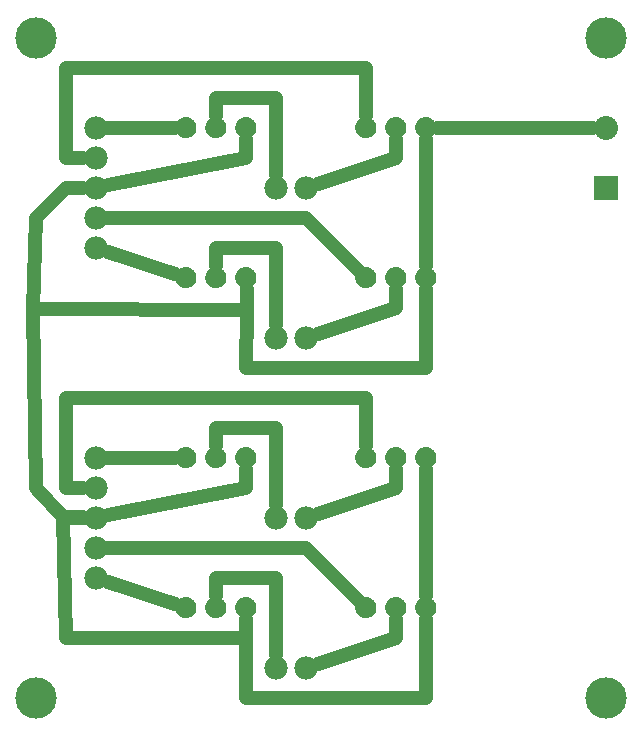
<source format=gbl>
G04 MADE WITH FRITZING*
G04 WWW.FRITZING.ORG*
G04 SINGLE SIDED*
G04 HOLES NOT PLATED*
G04 CONTOUR ON CENTER OF CONTOUR VECTOR*
%ASAXBY*%
%FSLAX23Y23*%
%MOIN*%
%OFA0B0*%
%SFA1.0B1.0*%
%ADD10C,0.137795*%
%ADD11C,0.080000*%
%ADD12C,0.070000*%
%ADD13C,0.078000*%
%ADD14R,0.079986X0.080000*%
%ADD15C,0.048000*%
%ADD16R,0.001000X0.001000*%
%LNCOPPER0*%
G90*
G70*
G54D10*
X92Y3107D03*
X1992Y3107D03*
X92Y907D03*
X1992Y907D03*
G54D11*
X1992Y2607D03*
X1992Y2807D03*
G54D12*
X592Y2807D03*
X692Y2807D03*
X792Y2807D03*
X592Y1707D03*
X692Y1707D03*
X792Y1707D03*
X1192Y2807D03*
X1292Y2807D03*
X1392Y2807D03*
X1192Y1707D03*
X1292Y1707D03*
X1392Y1707D03*
X592Y2307D03*
X692Y2307D03*
X792Y2307D03*
X592Y1207D03*
X692Y1207D03*
X792Y1207D03*
X1192Y2307D03*
X1292Y2307D03*
X1392Y2307D03*
X1192Y1207D03*
X1292Y1207D03*
X1392Y1207D03*
G54D13*
X292Y1707D03*
X292Y1607D03*
X292Y1507D03*
X292Y1407D03*
X292Y1307D03*
X292Y2807D03*
X292Y2707D03*
X292Y2607D03*
X292Y2507D03*
X292Y2407D03*
X992Y2607D03*
X892Y2607D03*
X992Y1007D03*
X892Y1007D03*
X992Y1507D03*
X892Y1507D03*
X992Y2107D03*
X892Y2107D03*
G54D14*
X1992Y2607D03*
G54D15*
X1392Y2345D02*
X1392Y2770D01*
D02*
X333Y1707D02*
X554Y1707D01*
D02*
X892Y2907D02*
X692Y2907D01*
D02*
X692Y2907D02*
X692Y2845D01*
D02*
X892Y2649D02*
X892Y2907D01*
D02*
X1392Y1245D02*
X1392Y1670D01*
D02*
X192Y1607D02*
X192Y1907D01*
D02*
X192Y1907D02*
X1192Y1907D01*
D02*
X250Y1607D02*
X192Y1607D01*
D02*
X1192Y1907D02*
X1192Y1745D01*
D02*
X1192Y3007D02*
X1192Y2845D01*
D02*
X192Y3007D02*
X1192Y3007D01*
D02*
X192Y2707D02*
X192Y3007D01*
D02*
X250Y2707D02*
X192Y2707D01*
D02*
X1292Y1607D02*
X1292Y1670D01*
D02*
X1031Y1520D02*
X1292Y1607D01*
D02*
X1949Y2807D02*
X1429Y2807D01*
D02*
X792Y1107D02*
X792Y1170D01*
D02*
X192Y1107D02*
X792Y1107D01*
D02*
X183Y1510D02*
X192Y1107D01*
D02*
X892Y2407D02*
X692Y2407D01*
D02*
X692Y2407D02*
X692Y2345D01*
D02*
X892Y2149D02*
X892Y2407D01*
D02*
X1292Y2707D02*
X1292Y2770D01*
D02*
X1031Y2620D02*
X1292Y2707D01*
D02*
X331Y1294D02*
X556Y1219D01*
D02*
X892Y1807D02*
X692Y1807D01*
D02*
X692Y1807D02*
X692Y1745D01*
D02*
X892Y1549D02*
X892Y1807D01*
D02*
X992Y2507D02*
X1165Y2334D01*
D02*
X333Y2507D02*
X992Y2507D01*
D02*
X992Y1407D02*
X1165Y1234D01*
D02*
X333Y1407D02*
X992Y1407D01*
D02*
X331Y2394D02*
X556Y2319D01*
D02*
X792Y1607D02*
X792Y1670D01*
D02*
X332Y1515D02*
X792Y1607D01*
D02*
X792Y2707D02*
X792Y2770D01*
D02*
X332Y2615D02*
X792Y2707D01*
D02*
X333Y2807D02*
X554Y2807D01*
D02*
X1292Y1107D02*
X1292Y1170D01*
D02*
X1031Y1020D02*
X1292Y1107D01*
D02*
X1392Y2007D02*
X1392Y2270D01*
D02*
X792Y2007D02*
X1392Y2007D01*
D02*
X797Y2199D02*
X792Y2007D01*
D02*
X797Y2199D02*
X794Y2270D01*
D02*
X83Y2202D02*
X797Y2199D01*
D02*
X892Y1307D02*
X692Y1307D01*
D02*
X692Y1307D02*
X692Y1245D01*
D02*
X892Y1049D02*
X892Y1307D01*
D02*
X1292Y2207D02*
X1292Y2270D01*
D02*
X1031Y2120D02*
X1292Y2207D01*
D02*
X192Y2607D02*
X250Y2607D01*
D02*
X192Y1507D02*
X292Y1507D01*
D02*
X92Y1607D02*
X183Y1510D01*
D02*
X92Y2507D02*
X83Y2202D01*
D02*
X192Y2607D02*
X92Y2507D01*
D02*
X83Y2202D02*
X92Y1607D01*
D02*
X183Y1510D02*
X250Y1508D01*
D02*
X1392Y907D02*
X1392Y1170D01*
D02*
X792Y907D02*
X1392Y907D01*
D02*
X792Y1107D02*
X792Y907D01*
G54D16*
X586Y2842D02*
X597Y2842D01*
X686Y2842D02*
X697Y2842D01*
X786Y2842D02*
X797Y2842D01*
X1186Y2842D02*
X1197Y2842D01*
X1286Y2842D02*
X1297Y2842D01*
X1386Y2842D02*
X1396Y2842D01*
X582Y2841D02*
X601Y2841D01*
X682Y2841D02*
X701Y2841D01*
X782Y2841D02*
X801Y2841D01*
X1182Y2841D02*
X1201Y2841D01*
X1282Y2841D02*
X1301Y2841D01*
X1382Y2841D02*
X1401Y2841D01*
X579Y2840D02*
X603Y2840D01*
X679Y2840D02*
X703Y2840D01*
X779Y2840D02*
X803Y2840D01*
X1179Y2840D02*
X1203Y2840D01*
X1279Y2840D02*
X1303Y2840D01*
X1379Y2840D02*
X1403Y2840D01*
X577Y2839D02*
X606Y2839D01*
X677Y2839D02*
X706Y2839D01*
X777Y2839D02*
X806Y2839D01*
X1177Y2839D02*
X1206Y2839D01*
X1277Y2839D02*
X1306Y2839D01*
X1377Y2839D02*
X1406Y2839D01*
X575Y2838D02*
X608Y2838D01*
X675Y2838D02*
X708Y2838D01*
X775Y2838D02*
X808Y2838D01*
X1175Y2838D02*
X1208Y2838D01*
X1274Y2838D02*
X1308Y2838D01*
X1374Y2838D02*
X1408Y2838D01*
X573Y2837D02*
X609Y2837D01*
X673Y2837D02*
X709Y2837D01*
X773Y2837D02*
X809Y2837D01*
X1173Y2837D02*
X1209Y2837D01*
X1273Y2837D02*
X1309Y2837D01*
X1373Y2837D02*
X1409Y2837D01*
X571Y2836D02*
X611Y2836D01*
X671Y2836D02*
X711Y2836D01*
X771Y2836D02*
X811Y2836D01*
X1171Y2836D02*
X1211Y2836D01*
X1271Y2836D02*
X1311Y2836D01*
X1371Y2836D02*
X1411Y2836D01*
X570Y2835D02*
X612Y2835D01*
X670Y2835D02*
X712Y2835D01*
X770Y2835D02*
X812Y2835D01*
X1170Y2835D02*
X1212Y2835D01*
X1270Y2835D02*
X1312Y2835D01*
X1370Y2835D02*
X1412Y2835D01*
X569Y2834D02*
X614Y2834D01*
X669Y2834D02*
X714Y2834D01*
X769Y2834D02*
X814Y2834D01*
X1169Y2834D02*
X1213Y2834D01*
X1269Y2834D02*
X1313Y2834D01*
X1369Y2834D02*
X1413Y2834D01*
X568Y2833D02*
X615Y2833D01*
X668Y2833D02*
X715Y2833D01*
X768Y2833D02*
X815Y2833D01*
X1168Y2833D02*
X1215Y2833D01*
X1267Y2833D02*
X1315Y2833D01*
X1367Y2833D02*
X1415Y2833D01*
X567Y2832D02*
X616Y2832D01*
X667Y2832D02*
X716Y2832D01*
X767Y2832D02*
X816Y2832D01*
X1166Y2832D02*
X1216Y2832D01*
X1266Y2832D02*
X1316Y2832D01*
X1366Y2832D02*
X1416Y2832D01*
X566Y2831D02*
X617Y2831D01*
X666Y2831D02*
X717Y2831D01*
X766Y2831D02*
X817Y2831D01*
X1166Y2831D02*
X1217Y2831D01*
X1266Y2831D02*
X1317Y2831D01*
X1366Y2831D02*
X1417Y2831D01*
X565Y2830D02*
X617Y2830D01*
X665Y2830D02*
X717Y2830D01*
X765Y2830D02*
X817Y2830D01*
X1165Y2830D02*
X1217Y2830D01*
X1265Y2830D02*
X1317Y2830D01*
X1365Y2830D02*
X1417Y2830D01*
X564Y2829D02*
X618Y2829D01*
X664Y2829D02*
X718Y2829D01*
X764Y2829D02*
X818Y2829D01*
X1164Y2829D02*
X1218Y2829D01*
X1264Y2829D02*
X1318Y2829D01*
X1364Y2829D02*
X1418Y2829D01*
X563Y2828D02*
X619Y2828D01*
X663Y2828D02*
X719Y2828D01*
X763Y2828D02*
X819Y2828D01*
X1163Y2828D02*
X1219Y2828D01*
X1263Y2828D02*
X1319Y2828D01*
X1363Y2828D02*
X1419Y2828D01*
X563Y2827D02*
X620Y2827D01*
X663Y2827D02*
X720Y2827D01*
X763Y2827D02*
X820Y2827D01*
X1163Y2827D02*
X1220Y2827D01*
X1263Y2827D02*
X1320Y2827D01*
X1363Y2827D02*
X1420Y2827D01*
X562Y2826D02*
X620Y2826D01*
X662Y2826D02*
X720Y2826D01*
X762Y2826D02*
X820Y2826D01*
X1162Y2826D02*
X1220Y2826D01*
X1262Y2826D02*
X1320Y2826D01*
X1362Y2826D02*
X1420Y2826D01*
X561Y2825D02*
X621Y2825D01*
X661Y2825D02*
X721Y2825D01*
X761Y2825D02*
X821Y2825D01*
X1161Y2825D02*
X1221Y2825D01*
X1261Y2825D02*
X1321Y2825D01*
X1361Y2825D02*
X1421Y2825D01*
X561Y2824D02*
X621Y2824D01*
X661Y2824D02*
X721Y2824D01*
X761Y2824D02*
X821Y2824D01*
X1161Y2824D02*
X1221Y2824D01*
X1261Y2824D02*
X1321Y2824D01*
X1361Y2824D02*
X1421Y2824D01*
X560Y2823D02*
X622Y2823D01*
X660Y2823D02*
X722Y2823D01*
X760Y2823D02*
X822Y2823D01*
X1160Y2823D02*
X1222Y2823D01*
X1260Y2823D02*
X1322Y2823D01*
X1360Y2823D02*
X1422Y2823D01*
X560Y2822D02*
X586Y2822D01*
X596Y2822D02*
X622Y2822D01*
X660Y2822D02*
X686Y2822D01*
X696Y2822D02*
X722Y2822D01*
X760Y2822D02*
X786Y2822D01*
X796Y2822D02*
X822Y2822D01*
X1160Y2822D02*
X1186Y2822D01*
X1196Y2822D02*
X1222Y2822D01*
X1260Y2822D02*
X1286Y2822D01*
X1296Y2822D02*
X1322Y2822D01*
X1360Y2822D02*
X1386Y2822D01*
X1396Y2822D02*
X1422Y2822D01*
X559Y2821D02*
X584Y2821D01*
X599Y2821D02*
X623Y2821D01*
X659Y2821D02*
X684Y2821D01*
X699Y2821D02*
X723Y2821D01*
X759Y2821D02*
X784Y2821D01*
X799Y2821D02*
X823Y2821D01*
X1159Y2821D02*
X1184Y2821D01*
X1199Y2821D02*
X1223Y2821D01*
X1259Y2821D02*
X1284Y2821D01*
X1299Y2821D02*
X1323Y2821D01*
X1359Y2821D02*
X1384Y2821D01*
X1399Y2821D02*
X1423Y2821D01*
X559Y2820D02*
X582Y2820D01*
X600Y2820D02*
X623Y2820D01*
X659Y2820D02*
X682Y2820D01*
X700Y2820D02*
X723Y2820D01*
X759Y2820D02*
X782Y2820D01*
X800Y2820D02*
X823Y2820D01*
X1159Y2820D02*
X1182Y2820D01*
X1200Y2820D02*
X1223Y2820D01*
X1259Y2820D02*
X1282Y2820D01*
X1300Y2820D02*
X1323Y2820D01*
X1359Y2820D02*
X1382Y2820D01*
X1400Y2820D02*
X1423Y2820D01*
X559Y2819D02*
X581Y2819D01*
X601Y2819D02*
X623Y2819D01*
X659Y2819D02*
X681Y2819D01*
X701Y2819D02*
X723Y2819D01*
X759Y2819D02*
X781Y2819D01*
X801Y2819D02*
X823Y2819D01*
X1159Y2819D02*
X1181Y2819D01*
X1201Y2819D02*
X1223Y2819D01*
X1259Y2819D02*
X1281Y2819D01*
X1301Y2819D02*
X1323Y2819D01*
X1359Y2819D02*
X1381Y2819D01*
X1401Y2819D02*
X1423Y2819D01*
X558Y2818D02*
X580Y2818D01*
X602Y2818D02*
X624Y2818D01*
X658Y2818D02*
X680Y2818D01*
X702Y2818D02*
X724Y2818D01*
X758Y2818D02*
X780Y2818D01*
X802Y2818D02*
X824Y2818D01*
X1158Y2818D02*
X1180Y2818D01*
X1202Y2818D02*
X1224Y2818D01*
X1258Y2818D02*
X1280Y2818D01*
X1302Y2818D02*
X1324Y2818D01*
X1358Y2818D02*
X1380Y2818D01*
X1402Y2818D02*
X1424Y2818D01*
X558Y2817D02*
X579Y2817D01*
X603Y2817D02*
X624Y2817D01*
X658Y2817D02*
X679Y2817D01*
X703Y2817D02*
X724Y2817D01*
X758Y2817D02*
X779Y2817D01*
X803Y2817D02*
X824Y2817D01*
X1158Y2817D02*
X1179Y2817D01*
X1203Y2817D02*
X1224Y2817D01*
X1258Y2817D02*
X1279Y2817D01*
X1303Y2817D02*
X1324Y2817D01*
X1358Y2817D02*
X1379Y2817D01*
X1403Y2817D02*
X1424Y2817D01*
X558Y2816D02*
X578Y2816D01*
X604Y2816D02*
X624Y2816D01*
X658Y2816D02*
X678Y2816D01*
X704Y2816D02*
X724Y2816D01*
X758Y2816D02*
X778Y2816D01*
X804Y2816D02*
X824Y2816D01*
X1158Y2816D02*
X1178Y2816D01*
X1204Y2816D02*
X1224Y2816D01*
X1258Y2816D02*
X1278Y2816D01*
X1304Y2816D02*
X1324Y2816D01*
X1358Y2816D02*
X1378Y2816D01*
X1404Y2816D02*
X1424Y2816D01*
X558Y2815D02*
X577Y2815D01*
X605Y2815D02*
X625Y2815D01*
X658Y2815D02*
X677Y2815D01*
X705Y2815D02*
X725Y2815D01*
X758Y2815D02*
X777Y2815D01*
X805Y2815D02*
X825Y2815D01*
X1157Y2815D02*
X1177Y2815D01*
X1205Y2815D02*
X1225Y2815D01*
X1257Y2815D02*
X1277Y2815D01*
X1305Y2815D02*
X1325Y2815D01*
X1357Y2815D02*
X1377Y2815D01*
X1405Y2815D02*
X1425Y2815D01*
X557Y2814D02*
X577Y2814D01*
X605Y2814D02*
X625Y2814D01*
X657Y2814D02*
X677Y2814D01*
X705Y2814D02*
X725Y2814D01*
X757Y2814D02*
X777Y2814D01*
X805Y2814D02*
X825Y2814D01*
X1157Y2814D02*
X1177Y2814D01*
X1205Y2814D02*
X1225Y2814D01*
X1257Y2814D02*
X1277Y2814D01*
X1305Y2814D02*
X1325Y2814D01*
X1357Y2814D02*
X1377Y2814D01*
X1405Y2814D02*
X1425Y2814D01*
X557Y2813D02*
X576Y2813D01*
X606Y2813D02*
X625Y2813D01*
X657Y2813D02*
X676Y2813D01*
X706Y2813D02*
X725Y2813D01*
X757Y2813D02*
X776Y2813D01*
X806Y2813D02*
X825Y2813D01*
X1157Y2813D02*
X1176Y2813D01*
X1206Y2813D02*
X1225Y2813D01*
X1257Y2813D02*
X1276Y2813D01*
X1306Y2813D02*
X1325Y2813D01*
X1357Y2813D02*
X1376Y2813D01*
X1406Y2813D02*
X1425Y2813D01*
X557Y2812D02*
X576Y2812D01*
X606Y2812D02*
X625Y2812D01*
X657Y2812D02*
X676Y2812D01*
X706Y2812D02*
X725Y2812D01*
X757Y2812D02*
X776Y2812D01*
X806Y2812D02*
X825Y2812D01*
X1157Y2812D02*
X1176Y2812D01*
X1206Y2812D02*
X1225Y2812D01*
X1257Y2812D02*
X1276Y2812D01*
X1306Y2812D02*
X1325Y2812D01*
X1357Y2812D02*
X1376Y2812D01*
X1406Y2812D02*
X1425Y2812D01*
X557Y2811D02*
X576Y2811D01*
X606Y2811D02*
X625Y2811D01*
X657Y2811D02*
X676Y2811D01*
X706Y2811D02*
X725Y2811D01*
X757Y2811D02*
X776Y2811D01*
X806Y2811D02*
X825Y2811D01*
X1157Y2811D02*
X1176Y2811D01*
X1206Y2811D02*
X1225Y2811D01*
X1257Y2811D02*
X1276Y2811D01*
X1306Y2811D02*
X1325Y2811D01*
X1357Y2811D02*
X1376Y2811D01*
X1406Y2811D02*
X1425Y2811D01*
X557Y2810D02*
X576Y2810D01*
X606Y2810D02*
X625Y2810D01*
X657Y2810D02*
X676Y2810D01*
X706Y2810D02*
X725Y2810D01*
X757Y2810D02*
X776Y2810D01*
X806Y2810D02*
X825Y2810D01*
X1157Y2810D02*
X1176Y2810D01*
X1206Y2810D02*
X1225Y2810D01*
X1257Y2810D02*
X1276Y2810D01*
X1306Y2810D02*
X1325Y2810D01*
X1357Y2810D02*
X1376Y2810D01*
X1406Y2810D02*
X1425Y2810D01*
X557Y2809D02*
X576Y2809D01*
X607Y2809D02*
X626Y2809D01*
X657Y2809D02*
X676Y2809D01*
X706Y2809D02*
X726Y2809D01*
X757Y2809D02*
X776Y2809D01*
X806Y2809D02*
X825Y2809D01*
X1157Y2809D02*
X1176Y2809D01*
X1206Y2809D02*
X1225Y2809D01*
X1257Y2809D02*
X1276Y2809D01*
X1306Y2809D02*
X1325Y2809D01*
X1357Y2809D02*
X1376Y2809D01*
X1406Y2809D02*
X1425Y2809D01*
X557Y2808D02*
X576Y2808D01*
X607Y2808D02*
X626Y2808D01*
X657Y2808D02*
X676Y2808D01*
X707Y2808D02*
X726Y2808D01*
X757Y2808D02*
X776Y2808D01*
X807Y2808D02*
X826Y2808D01*
X1157Y2808D02*
X1176Y2808D01*
X1207Y2808D02*
X1226Y2808D01*
X1257Y2808D02*
X1276Y2808D01*
X1307Y2808D02*
X1326Y2808D01*
X1357Y2808D02*
X1376Y2808D01*
X1406Y2808D02*
X1426Y2808D01*
X557Y2807D02*
X576Y2807D01*
X607Y2807D02*
X626Y2807D01*
X657Y2807D02*
X676Y2807D01*
X707Y2807D02*
X726Y2807D01*
X757Y2807D02*
X776Y2807D01*
X807Y2807D02*
X826Y2807D01*
X1157Y2807D02*
X1176Y2807D01*
X1206Y2807D02*
X1226Y2807D01*
X1257Y2807D02*
X1276Y2807D01*
X1306Y2807D02*
X1325Y2807D01*
X1357Y2807D02*
X1376Y2807D01*
X1406Y2807D02*
X1425Y2807D01*
X557Y2806D02*
X576Y2806D01*
X606Y2806D02*
X626Y2806D01*
X657Y2806D02*
X676Y2806D01*
X706Y2806D02*
X725Y2806D01*
X757Y2806D02*
X776Y2806D01*
X806Y2806D02*
X825Y2806D01*
X1157Y2806D02*
X1176Y2806D01*
X1206Y2806D02*
X1225Y2806D01*
X1257Y2806D02*
X1276Y2806D01*
X1306Y2806D02*
X1325Y2806D01*
X1357Y2806D02*
X1376Y2806D01*
X1406Y2806D02*
X1425Y2806D01*
X557Y2805D02*
X576Y2805D01*
X606Y2805D02*
X625Y2805D01*
X657Y2805D02*
X676Y2805D01*
X706Y2805D02*
X725Y2805D01*
X757Y2805D02*
X776Y2805D01*
X806Y2805D02*
X825Y2805D01*
X1157Y2805D02*
X1176Y2805D01*
X1206Y2805D02*
X1225Y2805D01*
X1257Y2805D02*
X1276Y2805D01*
X1306Y2805D02*
X1325Y2805D01*
X1357Y2805D02*
X1376Y2805D01*
X1406Y2805D02*
X1425Y2805D01*
X557Y2804D02*
X576Y2804D01*
X606Y2804D02*
X625Y2804D01*
X657Y2804D02*
X676Y2804D01*
X706Y2804D02*
X725Y2804D01*
X757Y2804D02*
X776Y2804D01*
X806Y2804D02*
X825Y2804D01*
X1157Y2804D02*
X1176Y2804D01*
X1206Y2804D02*
X1225Y2804D01*
X1257Y2804D02*
X1276Y2804D01*
X1306Y2804D02*
X1325Y2804D01*
X1357Y2804D02*
X1376Y2804D01*
X1406Y2804D02*
X1425Y2804D01*
X557Y2803D02*
X576Y2803D01*
X606Y2803D02*
X625Y2803D01*
X657Y2803D02*
X676Y2803D01*
X706Y2803D02*
X725Y2803D01*
X757Y2803D02*
X776Y2803D01*
X806Y2803D02*
X825Y2803D01*
X1157Y2803D02*
X1176Y2803D01*
X1206Y2803D02*
X1225Y2803D01*
X1257Y2803D02*
X1276Y2803D01*
X1306Y2803D02*
X1325Y2803D01*
X1357Y2803D02*
X1376Y2803D01*
X1406Y2803D02*
X1425Y2803D01*
X557Y2802D02*
X577Y2802D01*
X606Y2802D02*
X625Y2802D01*
X657Y2802D02*
X677Y2802D01*
X706Y2802D02*
X725Y2802D01*
X757Y2802D02*
X777Y2802D01*
X806Y2802D02*
X825Y2802D01*
X1157Y2802D02*
X1176Y2802D01*
X1206Y2802D02*
X1225Y2802D01*
X1257Y2802D02*
X1276Y2802D01*
X1306Y2802D02*
X1325Y2802D01*
X1357Y2802D02*
X1376Y2802D01*
X1406Y2802D02*
X1425Y2802D01*
X557Y2801D02*
X577Y2801D01*
X605Y2801D02*
X625Y2801D01*
X657Y2801D02*
X677Y2801D01*
X705Y2801D02*
X725Y2801D01*
X757Y2801D02*
X777Y2801D01*
X805Y2801D02*
X825Y2801D01*
X1157Y2801D02*
X1177Y2801D01*
X1205Y2801D02*
X1225Y2801D01*
X1257Y2801D02*
X1277Y2801D01*
X1305Y2801D02*
X1325Y2801D01*
X1357Y2801D02*
X1377Y2801D01*
X1405Y2801D02*
X1425Y2801D01*
X558Y2800D02*
X578Y2800D01*
X605Y2800D02*
X625Y2800D01*
X658Y2800D02*
X678Y2800D01*
X705Y2800D02*
X725Y2800D01*
X758Y2800D02*
X778Y2800D01*
X805Y2800D02*
X825Y2800D01*
X1158Y2800D02*
X1178Y2800D01*
X1205Y2800D02*
X1225Y2800D01*
X1258Y2800D02*
X1278Y2800D01*
X1305Y2800D02*
X1325Y2800D01*
X1358Y2800D02*
X1378Y2800D01*
X1405Y2800D02*
X1425Y2800D01*
X558Y2799D02*
X578Y2799D01*
X604Y2799D02*
X624Y2799D01*
X658Y2799D02*
X678Y2799D01*
X704Y2799D02*
X724Y2799D01*
X758Y2799D02*
X778Y2799D01*
X804Y2799D02*
X824Y2799D01*
X1158Y2799D02*
X1178Y2799D01*
X1204Y2799D02*
X1224Y2799D01*
X1258Y2799D02*
X1278Y2799D01*
X1304Y2799D02*
X1324Y2799D01*
X1358Y2799D02*
X1378Y2799D01*
X1404Y2799D02*
X1424Y2799D01*
X558Y2798D02*
X579Y2798D01*
X603Y2798D02*
X624Y2798D01*
X658Y2798D02*
X679Y2798D01*
X703Y2798D02*
X724Y2798D01*
X758Y2798D02*
X779Y2798D01*
X803Y2798D02*
X824Y2798D01*
X1158Y2798D02*
X1179Y2798D01*
X1203Y2798D02*
X1224Y2798D01*
X1258Y2798D02*
X1279Y2798D01*
X1303Y2798D02*
X1324Y2798D01*
X1358Y2798D02*
X1379Y2798D01*
X1403Y2798D02*
X1424Y2798D01*
X558Y2797D02*
X580Y2797D01*
X602Y2797D02*
X624Y2797D01*
X658Y2797D02*
X680Y2797D01*
X702Y2797D02*
X724Y2797D01*
X758Y2797D02*
X780Y2797D01*
X802Y2797D02*
X824Y2797D01*
X1158Y2797D02*
X1180Y2797D01*
X1202Y2797D02*
X1224Y2797D01*
X1258Y2797D02*
X1280Y2797D01*
X1302Y2797D02*
X1324Y2797D01*
X1358Y2797D02*
X1380Y2797D01*
X1402Y2797D02*
X1424Y2797D01*
X559Y2796D02*
X581Y2796D01*
X601Y2796D02*
X623Y2796D01*
X659Y2796D02*
X681Y2796D01*
X701Y2796D02*
X723Y2796D01*
X759Y2796D02*
X781Y2796D01*
X801Y2796D02*
X823Y2796D01*
X1159Y2796D02*
X1181Y2796D01*
X1201Y2796D02*
X1223Y2796D01*
X1259Y2796D02*
X1281Y2796D01*
X1301Y2796D02*
X1323Y2796D01*
X1359Y2796D02*
X1381Y2796D01*
X1401Y2796D02*
X1423Y2796D01*
X559Y2795D02*
X582Y2795D01*
X600Y2795D02*
X623Y2795D01*
X659Y2795D02*
X682Y2795D01*
X700Y2795D02*
X723Y2795D01*
X759Y2795D02*
X782Y2795D01*
X800Y2795D02*
X823Y2795D01*
X1159Y2795D02*
X1182Y2795D01*
X1200Y2795D02*
X1223Y2795D01*
X1259Y2795D02*
X1282Y2795D01*
X1300Y2795D02*
X1323Y2795D01*
X1359Y2795D02*
X1382Y2795D01*
X1400Y2795D02*
X1423Y2795D01*
X560Y2794D02*
X584Y2794D01*
X598Y2794D02*
X623Y2794D01*
X660Y2794D02*
X684Y2794D01*
X698Y2794D02*
X723Y2794D01*
X760Y2794D02*
X784Y2794D01*
X798Y2794D02*
X823Y2794D01*
X1160Y2794D02*
X1184Y2794D01*
X1198Y2794D02*
X1223Y2794D01*
X1260Y2794D02*
X1284Y2794D01*
X1298Y2794D02*
X1323Y2794D01*
X1359Y2794D02*
X1384Y2794D01*
X1398Y2794D02*
X1423Y2794D01*
X560Y2793D02*
X587Y2793D01*
X595Y2793D02*
X622Y2793D01*
X660Y2793D02*
X687Y2793D01*
X695Y2793D02*
X722Y2793D01*
X760Y2793D02*
X787Y2793D01*
X795Y2793D02*
X822Y2793D01*
X1160Y2793D02*
X1187Y2793D01*
X1195Y2793D02*
X1222Y2793D01*
X1260Y2793D02*
X1287Y2793D01*
X1295Y2793D02*
X1322Y2793D01*
X1360Y2793D02*
X1387Y2793D01*
X1395Y2793D02*
X1422Y2793D01*
X561Y2792D02*
X622Y2792D01*
X661Y2792D02*
X722Y2792D01*
X760Y2792D02*
X822Y2792D01*
X1160Y2792D02*
X1222Y2792D01*
X1260Y2792D02*
X1322Y2792D01*
X1360Y2792D02*
X1422Y2792D01*
X561Y2791D02*
X621Y2791D01*
X661Y2791D02*
X721Y2791D01*
X761Y2791D02*
X821Y2791D01*
X1161Y2791D02*
X1221Y2791D01*
X1261Y2791D02*
X1321Y2791D01*
X1361Y2791D02*
X1421Y2791D01*
X562Y2790D02*
X621Y2790D01*
X662Y2790D02*
X721Y2790D01*
X762Y2790D02*
X821Y2790D01*
X1162Y2790D02*
X1221Y2790D01*
X1262Y2790D02*
X1321Y2790D01*
X1362Y2790D02*
X1421Y2790D01*
X562Y2789D02*
X620Y2789D01*
X662Y2789D02*
X720Y2789D01*
X762Y2789D02*
X820Y2789D01*
X1162Y2789D02*
X1220Y2789D01*
X1262Y2789D02*
X1320Y2789D01*
X1362Y2789D02*
X1420Y2789D01*
X563Y2788D02*
X619Y2788D01*
X663Y2788D02*
X719Y2788D01*
X763Y2788D02*
X819Y2788D01*
X1163Y2788D02*
X1219Y2788D01*
X1263Y2788D02*
X1319Y2788D01*
X1363Y2788D02*
X1419Y2788D01*
X563Y2787D02*
X619Y2787D01*
X663Y2787D02*
X719Y2787D01*
X763Y2787D02*
X819Y2787D01*
X1163Y2787D02*
X1219Y2787D01*
X1263Y2787D02*
X1319Y2787D01*
X1363Y2787D02*
X1419Y2787D01*
X564Y2786D02*
X618Y2786D01*
X664Y2786D02*
X718Y2786D01*
X764Y2786D02*
X818Y2786D01*
X1164Y2786D02*
X1218Y2786D01*
X1264Y2786D02*
X1318Y2786D01*
X1364Y2786D02*
X1418Y2786D01*
X565Y2785D02*
X617Y2785D01*
X665Y2785D02*
X717Y2785D01*
X765Y2785D02*
X817Y2785D01*
X1165Y2785D02*
X1217Y2785D01*
X1265Y2785D02*
X1317Y2785D01*
X1365Y2785D02*
X1417Y2785D01*
X566Y2784D02*
X616Y2784D01*
X666Y2784D02*
X716Y2784D01*
X766Y2784D02*
X816Y2784D01*
X1166Y2784D02*
X1216Y2784D01*
X1266Y2784D02*
X1316Y2784D01*
X1366Y2784D02*
X1416Y2784D01*
X567Y2783D02*
X615Y2783D01*
X667Y2783D02*
X715Y2783D01*
X767Y2783D02*
X815Y2783D01*
X1167Y2783D02*
X1215Y2783D01*
X1267Y2783D02*
X1315Y2783D01*
X1367Y2783D02*
X1415Y2783D01*
X568Y2782D02*
X614Y2782D01*
X668Y2782D02*
X714Y2782D01*
X768Y2782D02*
X814Y2782D01*
X1168Y2782D02*
X1214Y2782D01*
X1268Y2782D02*
X1314Y2782D01*
X1368Y2782D02*
X1414Y2782D01*
X569Y2781D02*
X613Y2781D01*
X669Y2781D02*
X713Y2781D01*
X769Y2781D02*
X813Y2781D01*
X1169Y2781D02*
X1213Y2781D01*
X1269Y2781D02*
X1313Y2781D01*
X1369Y2781D02*
X1413Y2781D01*
X570Y2780D02*
X612Y2780D01*
X670Y2780D02*
X712Y2780D01*
X770Y2780D02*
X812Y2780D01*
X1170Y2780D02*
X1212Y2780D01*
X1270Y2780D02*
X1312Y2780D01*
X1370Y2780D02*
X1412Y2780D01*
X572Y2779D02*
X611Y2779D01*
X672Y2779D02*
X711Y2779D01*
X772Y2779D02*
X811Y2779D01*
X1172Y2779D02*
X1211Y2779D01*
X1272Y2779D02*
X1310Y2779D01*
X1372Y2779D02*
X1410Y2779D01*
X573Y2778D02*
X609Y2778D01*
X673Y2778D02*
X709Y2778D01*
X773Y2778D02*
X809Y2778D01*
X1173Y2778D02*
X1209Y2778D01*
X1273Y2778D02*
X1309Y2778D01*
X1373Y2778D02*
X1409Y2778D01*
X575Y2777D02*
X607Y2777D01*
X675Y2777D02*
X707Y2777D01*
X775Y2777D02*
X807Y2777D01*
X1175Y2777D02*
X1207Y2777D01*
X1275Y2777D02*
X1307Y2777D01*
X1375Y2777D02*
X1407Y2777D01*
X577Y2776D02*
X605Y2776D01*
X677Y2776D02*
X705Y2776D01*
X777Y2776D02*
X805Y2776D01*
X1177Y2776D02*
X1205Y2776D01*
X1277Y2776D02*
X1305Y2776D01*
X1377Y2776D02*
X1405Y2776D01*
X580Y2775D02*
X603Y2775D01*
X680Y2775D02*
X703Y2775D01*
X780Y2775D02*
X803Y2775D01*
X1179Y2775D02*
X1203Y2775D01*
X1279Y2775D02*
X1303Y2775D01*
X1379Y2775D02*
X1403Y2775D01*
X583Y2774D02*
X600Y2774D01*
X683Y2774D02*
X700Y2774D01*
X783Y2774D02*
X800Y2774D01*
X1182Y2774D02*
X1200Y2774D01*
X1282Y2774D02*
X1300Y2774D01*
X1382Y2774D02*
X1400Y2774D01*
X587Y2773D02*
X595Y2773D01*
X687Y2773D02*
X695Y2773D01*
X787Y2773D02*
X795Y2773D01*
X1187Y2773D02*
X1195Y2773D01*
X1287Y2773D02*
X1295Y2773D01*
X1387Y2773D02*
X1395Y2773D01*
X585Y2342D02*
X597Y2342D01*
X685Y2342D02*
X697Y2342D01*
X785Y2342D02*
X797Y2342D01*
X1185Y2342D02*
X1197Y2342D01*
X1285Y2342D02*
X1297Y2342D01*
X1385Y2342D02*
X1397Y2342D01*
X581Y2341D02*
X601Y2341D01*
X681Y2341D02*
X701Y2341D01*
X781Y2341D02*
X801Y2341D01*
X1181Y2341D02*
X1201Y2341D01*
X1281Y2341D02*
X1301Y2341D01*
X1381Y2341D02*
X1401Y2341D01*
X579Y2340D02*
X603Y2340D01*
X679Y2340D02*
X703Y2340D01*
X779Y2340D02*
X803Y2340D01*
X1179Y2340D02*
X1203Y2340D01*
X1279Y2340D02*
X1303Y2340D01*
X1379Y2340D02*
X1403Y2340D01*
X576Y2339D02*
X606Y2339D01*
X676Y2339D02*
X706Y2339D01*
X776Y2339D02*
X806Y2339D01*
X1176Y2339D02*
X1206Y2339D01*
X1276Y2339D02*
X1306Y2339D01*
X1376Y2339D02*
X1406Y2339D01*
X574Y2338D02*
X608Y2338D01*
X674Y2338D02*
X708Y2338D01*
X774Y2338D02*
X808Y2338D01*
X1174Y2338D02*
X1208Y2338D01*
X1274Y2338D02*
X1308Y2338D01*
X1374Y2338D02*
X1408Y2338D01*
X573Y2337D02*
X609Y2337D01*
X673Y2337D02*
X709Y2337D01*
X773Y2337D02*
X809Y2337D01*
X1173Y2337D02*
X1209Y2337D01*
X1273Y2337D02*
X1309Y2337D01*
X1373Y2337D02*
X1409Y2337D01*
X571Y2336D02*
X611Y2336D01*
X671Y2336D02*
X711Y2336D01*
X771Y2336D02*
X811Y2336D01*
X1171Y2336D02*
X1211Y2336D01*
X1271Y2336D02*
X1311Y2336D01*
X1371Y2336D02*
X1411Y2336D01*
X570Y2335D02*
X612Y2335D01*
X670Y2335D02*
X712Y2335D01*
X770Y2335D02*
X812Y2335D01*
X1170Y2335D02*
X1212Y2335D01*
X1270Y2335D02*
X1312Y2335D01*
X1370Y2335D02*
X1412Y2335D01*
X569Y2334D02*
X614Y2334D01*
X669Y2334D02*
X714Y2334D01*
X769Y2334D02*
X814Y2334D01*
X1169Y2334D02*
X1214Y2334D01*
X1269Y2334D02*
X1314Y2334D01*
X1369Y2334D02*
X1414Y2334D01*
X567Y2333D02*
X615Y2333D01*
X667Y2333D02*
X715Y2333D01*
X767Y2333D02*
X815Y2333D01*
X1167Y2333D02*
X1215Y2333D01*
X1267Y2333D02*
X1315Y2333D01*
X1367Y2333D02*
X1415Y2333D01*
X566Y2332D02*
X616Y2332D01*
X666Y2332D02*
X716Y2332D01*
X766Y2332D02*
X816Y2332D01*
X1166Y2332D02*
X1216Y2332D01*
X1266Y2332D02*
X1316Y2332D01*
X1366Y2332D02*
X1416Y2332D01*
X566Y2331D02*
X617Y2331D01*
X666Y2331D02*
X717Y2331D01*
X766Y2331D02*
X817Y2331D01*
X1166Y2331D02*
X1217Y2331D01*
X1266Y2331D02*
X1317Y2331D01*
X1366Y2331D02*
X1417Y2331D01*
X565Y2330D02*
X617Y2330D01*
X665Y2330D02*
X717Y2330D01*
X765Y2330D02*
X817Y2330D01*
X1165Y2330D02*
X1217Y2330D01*
X1265Y2330D02*
X1317Y2330D01*
X1365Y2330D02*
X1417Y2330D01*
X564Y2329D02*
X618Y2329D01*
X664Y2329D02*
X718Y2329D01*
X764Y2329D02*
X818Y2329D01*
X1164Y2329D02*
X1218Y2329D01*
X1264Y2329D02*
X1318Y2329D01*
X1364Y2329D02*
X1418Y2329D01*
X563Y2328D02*
X619Y2328D01*
X663Y2328D02*
X719Y2328D01*
X763Y2328D02*
X819Y2328D01*
X1163Y2328D02*
X1219Y2328D01*
X1263Y2328D02*
X1319Y2328D01*
X1363Y2328D02*
X1419Y2328D01*
X563Y2327D02*
X620Y2327D01*
X663Y2327D02*
X720Y2327D01*
X763Y2327D02*
X820Y2327D01*
X1163Y2327D02*
X1220Y2327D01*
X1263Y2327D02*
X1320Y2327D01*
X1362Y2327D02*
X1420Y2327D01*
X562Y2326D02*
X620Y2326D01*
X662Y2326D02*
X720Y2326D01*
X762Y2326D02*
X820Y2326D01*
X1162Y2326D02*
X1220Y2326D01*
X1262Y2326D02*
X1320Y2326D01*
X1362Y2326D02*
X1420Y2326D01*
X561Y2325D02*
X621Y2325D01*
X661Y2325D02*
X721Y2325D01*
X761Y2325D02*
X821Y2325D01*
X1161Y2325D02*
X1221Y2325D01*
X1261Y2325D02*
X1321Y2325D01*
X1361Y2325D02*
X1421Y2325D01*
X561Y2324D02*
X621Y2324D01*
X661Y2324D02*
X721Y2324D01*
X761Y2324D02*
X821Y2324D01*
X1161Y2324D02*
X1221Y2324D01*
X1261Y2324D02*
X1321Y2324D01*
X1361Y2324D02*
X1421Y2324D01*
X560Y2323D02*
X622Y2323D01*
X660Y2323D02*
X722Y2323D01*
X760Y2323D02*
X822Y2323D01*
X1160Y2323D02*
X1222Y2323D01*
X1260Y2323D02*
X1322Y2323D01*
X1360Y2323D02*
X1422Y2323D01*
X560Y2322D02*
X586Y2322D01*
X596Y2322D02*
X622Y2322D01*
X660Y2322D02*
X686Y2322D01*
X696Y2322D02*
X722Y2322D01*
X760Y2322D02*
X786Y2322D01*
X796Y2322D02*
X822Y2322D01*
X1160Y2322D02*
X1186Y2322D01*
X1196Y2322D02*
X1222Y2322D01*
X1260Y2322D02*
X1286Y2322D01*
X1296Y2322D02*
X1322Y2322D01*
X1360Y2322D02*
X1386Y2322D01*
X1396Y2322D02*
X1422Y2322D01*
X559Y2321D02*
X584Y2321D01*
X599Y2321D02*
X623Y2321D01*
X659Y2321D02*
X684Y2321D01*
X699Y2321D02*
X723Y2321D01*
X759Y2321D02*
X784Y2321D01*
X799Y2321D02*
X823Y2321D01*
X1159Y2321D02*
X1183Y2321D01*
X1199Y2321D02*
X1223Y2321D01*
X1259Y2321D02*
X1283Y2321D01*
X1299Y2321D02*
X1323Y2321D01*
X1359Y2321D02*
X1383Y2321D01*
X1399Y2321D02*
X1423Y2321D01*
X559Y2320D02*
X582Y2320D01*
X600Y2320D02*
X623Y2320D01*
X659Y2320D02*
X682Y2320D01*
X700Y2320D02*
X723Y2320D01*
X759Y2320D02*
X782Y2320D01*
X800Y2320D02*
X823Y2320D01*
X1159Y2320D02*
X1182Y2320D01*
X1200Y2320D02*
X1223Y2320D01*
X1259Y2320D02*
X1282Y2320D01*
X1300Y2320D02*
X1323Y2320D01*
X1359Y2320D02*
X1382Y2320D01*
X1400Y2320D02*
X1423Y2320D01*
X559Y2319D02*
X581Y2319D01*
X601Y2319D02*
X623Y2319D01*
X659Y2319D02*
X681Y2319D01*
X701Y2319D02*
X723Y2319D01*
X759Y2319D02*
X781Y2319D01*
X801Y2319D02*
X823Y2319D01*
X1159Y2319D02*
X1181Y2319D01*
X1201Y2319D02*
X1223Y2319D01*
X1259Y2319D02*
X1281Y2319D01*
X1301Y2319D02*
X1323Y2319D01*
X1359Y2319D02*
X1381Y2319D01*
X1401Y2319D02*
X1423Y2319D01*
X558Y2318D02*
X580Y2318D01*
X602Y2318D02*
X624Y2318D01*
X658Y2318D02*
X680Y2318D01*
X702Y2318D02*
X724Y2318D01*
X758Y2318D02*
X780Y2318D01*
X802Y2318D02*
X824Y2318D01*
X1158Y2318D02*
X1180Y2318D01*
X1202Y2318D02*
X1224Y2318D01*
X1258Y2318D02*
X1280Y2318D01*
X1302Y2318D02*
X1324Y2318D01*
X1358Y2318D02*
X1380Y2318D01*
X1402Y2318D02*
X1424Y2318D01*
X558Y2317D02*
X579Y2317D01*
X603Y2317D02*
X624Y2317D01*
X658Y2317D02*
X679Y2317D01*
X703Y2317D02*
X724Y2317D01*
X758Y2317D02*
X779Y2317D01*
X803Y2317D02*
X824Y2317D01*
X1158Y2317D02*
X1179Y2317D01*
X1203Y2317D02*
X1224Y2317D01*
X1258Y2317D02*
X1279Y2317D01*
X1303Y2317D02*
X1324Y2317D01*
X1358Y2317D02*
X1379Y2317D01*
X1403Y2317D02*
X1424Y2317D01*
X558Y2316D02*
X578Y2316D01*
X604Y2316D02*
X624Y2316D01*
X658Y2316D02*
X678Y2316D01*
X704Y2316D02*
X724Y2316D01*
X758Y2316D02*
X778Y2316D01*
X804Y2316D02*
X824Y2316D01*
X1158Y2316D02*
X1178Y2316D01*
X1204Y2316D02*
X1224Y2316D01*
X1258Y2316D02*
X1278Y2316D01*
X1304Y2316D02*
X1324Y2316D01*
X1358Y2316D02*
X1378Y2316D01*
X1404Y2316D02*
X1424Y2316D01*
X558Y2315D02*
X577Y2315D01*
X605Y2315D02*
X625Y2315D01*
X658Y2315D02*
X677Y2315D01*
X705Y2315D02*
X725Y2315D01*
X757Y2315D02*
X777Y2315D01*
X805Y2315D02*
X825Y2315D01*
X1157Y2315D02*
X1177Y2315D01*
X1205Y2315D02*
X1225Y2315D01*
X1257Y2315D02*
X1277Y2315D01*
X1305Y2315D02*
X1325Y2315D01*
X1357Y2315D02*
X1377Y2315D01*
X1405Y2315D02*
X1425Y2315D01*
X557Y2314D02*
X577Y2314D01*
X605Y2314D02*
X625Y2314D01*
X657Y2314D02*
X677Y2314D01*
X705Y2314D02*
X725Y2314D01*
X757Y2314D02*
X777Y2314D01*
X805Y2314D02*
X825Y2314D01*
X1157Y2314D02*
X1177Y2314D01*
X1205Y2314D02*
X1225Y2314D01*
X1257Y2314D02*
X1277Y2314D01*
X1305Y2314D02*
X1325Y2314D01*
X1357Y2314D02*
X1377Y2314D01*
X1405Y2314D02*
X1425Y2314D01*
X557Y2313D02*
X576Y2313D01*
X606Y2313D02*
X625Y2313D01*
X657Y2313D02*
X676Y2313D01*
X706Y2313D02*
X725Y2313D01*
X757Y2313D02*
X776Y2313D01*
X806Y2313D02*
X825Y2313D01*
X1157Y2313D02*
X1176Y2313D01*
X1206Y2313D02*
X1225Y2313D01*
X1257Y2313D02*
X1276Y2313D01*
X1306Y2313D02*
X1325Y2313D01*
X1357Y2313D02*
X1376Y2313D01*
X1406Y2313D02*
X1425Y2313D01*
X557Y2312D02*
X576Y2312D01*
X606Y2312D02*
X625Y2312D01*
X657Y2312D02*
X676Y2312D01*
X706Y2312D02*
X725Y2312D01*
X757Y2312D02*
X776Y2312D01*
X806Y2312D02*
X825Y2312D01*
X1157Y2312D02*
X1176Y2312D01*
X1206Y2312D02*
X1225Y2312D01*
X1257Y2312D02*
X1276Y2312D01*
X1306Y2312D02*
X1325Y2312D01*
X1357Y2312D02*
X1376Y2312D01*
X1406Y2312D02*
X1425Y2312D01*
X557Y2311D02*
X576Y2311D01*
X606Y2311D02*
X625Y2311D01*
X657Y2311D02*
X676Y2311D01*
X706Y2311D02*
X725Y2311D01*
X757Y2311D02*
X776Y2311D01*
X806Y2311D02*
X825Y2311D01*
X1157Y2311D02*
X1176Y2311D01*
X1206Y2311D02*
X1225Y2311D01*
X1257Y2311D02*
X1276Y2311D01*
X1306Y2311D02*
X1325Y2311D01*
X1357Y2311D02*
X1376Y2311D01*
X1406Y2311D02*
X1425Y2311D01*
X557Y2310D02*
X576Y2310D01*
X606Y2310D02*
X625Y2310D01*
X657Y2310D02*
X676Y2310D01*
X706Y2310D02*
X725Y2310D01*
X757Y2310D02*
X776Y2310D01*
X806Y2310D02*
X825Y2310D01*
X1157Y2310D02*
X1176Y2310D01*
X1206Y2310D02*
X1225Y2310D01*
X1257Y2310D02*
X1276Y2310D01*
X1306Y2310D02*
X1325Y2310D01*
X1357Y2310D02*
X1376Y2310D01*
X1406Y2310D02*
X1425Y2310D01*
X557Y2309D02*
X576Y2309D01*
X607Y2309D02*
X626Y2309D01*
X657Y2309D02*
X676Y2309D01*
X706Y2309D02*
X726Y2309D01*
X757Y2309D02*
X776Y2309D01*
X806Y2309D02*
X826Y2309D01*
X1157Y2309D02*
X1176Y2309D01*
X1206Y2309D02*
X1225Y2309D01*
X1257Y2309D02*
X1276Y2309D01*
X1306Y2309D02*
X1325Y2309D01*
X1357Y2309D02*
X1376Y2309D01*
X1406Y2309D02*
X1425Y2309D01*
X557Y2308D02*
X576Y2308D01*
X607Y2308D02*
X626Y2308D01*
X657Y2308D02*
X676Y2308D01*
X707Y2308D02*
X726Y2308D01*
X757Y2308D02*
X776Y2308D01*
X807Y2308D02*
X826Y2308D01*
X1157Y2308D02*
X1176Y2308D01*
X1207Y2308D02*
X1226Y2308D01*
X1257Y2308D02*
X1276Y2308D01*
X1307Y2308D02*
X1326Y2308D01*
X1357Y2308D02*
X1376Y2308D01*
X1407Y2308D02*
X1426Y2308D01*
X557Y2307D02*
X576Y2307D01*
X607Y2307D02*
X626Y2307D01*
X657Y2307D02*
X676Y2307D01*
X707Y2307D02*
X726Y2307D01*
X757Y2307D02*
X776Y2307D01*
X807Y2307D02*
X826Y2307D01*
X1157Y2307D02*
X1176Y2307D01*
X1206Y2307D02*
X1226Y2307D01*
X1257Y2307D02*
X1276Y2307D01*
X1306Y2307D02*
X1325Y2307D01*
X1357Y2307D02*
X1376Y2307D01*
X1406Y2307D02*
X1425Y2307D01*
X557Y2306D02*
X576Y2306D01*
X606Y2306D02*
X626Y2306D01*
X657Y2306D02*
X676Y2306D01*
X706Y2306D02*
X725Y2306D01*
X757Y2306D02*
X776Y2306D01*
X806Y2306D02*
X825Y2306D01*
X1157Y2306D02*
X1176Y2306D01*
X1206Y2306D02*
X1225Y2306D01*
X1257Y2306D02*
X1276Y2306D01*
X1306Y2306D02*
X1325Y2306D01*
X1357Y2306D02*
X1376Y2306D01*
X1406Y2306D02*
X1425Y2306D01*
X557Y2305D02*
X576Y2305D01*
X606Y2305D02*
X625Y2305D01*
X657Y2305D02*
X676Y2305D01*
X706Y2305D02*
X725Y2305D01*
X757Y2305D02*
X776Y2305D01*
X806Y2305D02*
X825Y2305D01*
X1157Y2305D02*
X1176Y2305D01*
X1206Y2305D02*
X1225Y2305D01*
X1257Y2305D02*
X1276Y2305D01*
X1306Y2305D02*
X1325Y2305D01*
X1357Y2305D02*
X1376Y2305D01*
X1406Y2305D02*
X1425Y2305D01*
X557Y2304D02*
X576Y2304D01*
X606Y2304D02*
X625Y2304D01*
X657Y2304D02*
X676Y2304D01*
X706Y2304D02*
X725Y2304D01*
X757Y2304D02*
X776Y2304D01*
X806Y2304D02*
X825Y2304D01*
X1157Y2304D02*
X1176Y2304D01*
X1206Y2304D02*
X1225Y2304D01*
X1257Y2304D02*
X1276Y2304D01*
X1306Y2304D02*
X1325Y2304D01*
X1357Y2304D02*
X1376Y2304D01*
X1406Y2304D02*
X1425Y2304D01*
X557Y2303D02*
X576Y2303D01*
X606Y2303D02*
X625Y2303D01*
X657Y2303D02*
X676Y2303D01*
X706Y2303D02*
X725Y2303D01*
X757Y2303D02*
X776Y2303D01*
X806Y2303D02*
X825Y2303D01*
X1157Y2303D02*
X1176Y2303D01*
X1206Y2303D02*
X1225Y2303D01*
X1257Y2303D02*
X1276Y2303D01*
X1306Y2303D02*
X1325Y2303D01*
X1357Y2303D02*
X1376Y2303D01*
X1406Y2303D02*
X1425Y2303D01*
X557Y2302D02*
X577Y2302D01*
X606Y2302D02*
X625Y2302D01*
X657Y2302D02*
X677Y2302D01*
X706Y2302D02*
X725Y2302D01*
X757Y2302D02*
X777Y2302D01*
X806Y2302D02*
X825Y2302D01*
X1157Y2302D02*
X1177Y2302D01*
X1206Y2302D02*
X1225Y2302D01*
X1257Y2302D02*
X1276Y2302D01*
X1306Y2302D02*
X1325Y2302D01*
X1357Y2302D02*
X1376Y2302D01*
X1406Y2302D02*
X1425Y2302D01*
X557Y2301D02*
X577Y2301D01*
X605Y2301D02*
X625Y2301D01*
X657Y2301D02*
X677Y2301D01*
X705Y2301D02*
X725Y2301D01*
X757Y2301D02*
X777Y2301D01*
X805Y2301D02*
X825Y2301D01*
X1157Y2301D02*
X1177Y2301D01*
X1205Y2301D02*
X1225Y2301D01*
X1257Y2301D02*
X1277Y2301D01*
X1305Y2301D02*
X1325Y2301D01*
X1357Y2301D02*
X1377Y2301D01*
X1405Y2301D02*
X1425Y2301D01*
X558Y2300D02*
X578Y2300D01*
X605Y2300D02*
X625Y2300D01*
X658Y2300D02*
X678Y2300D01*
X705Y2300D02*
X725Y2300D01*
X758Y2300D02*
X778Y2300D01*
X805Y2300D02*
X825Y2300D01*
X1158Y2300D02*
X1178Y2300D01*
X1205Y2300D02*
X1225Y2300D01*
X1258Y2300D02*
X1278Y2300D01*
X1305Y2300D02*
X1325Y2300D01*
X1358Y2300D02*
X1378Y2300D01*
X1405Y2300D02*
X1425Y2300D01*
X558Y2299D02*
X578Y2299D01*
X604Y2299D02*
X624Y2299D01*
X658Y2299D02*
X678Y2299D01*
X704Y2299D02*
X724Y2299D01*
X758Y2299D02*
X778Y2299D01*
X804Y2299D02*
X824Y2299D01*
X1158Y2299D02*
X1178Y2299D01*
X1204Y2299D02*
X1224Y2299D01*
X1258Y2299D02*
X1278Y2299D01*
X1304Y2299D02*
X1324Y2299D01*
X1358Y2299D02*
X1378Y2299D01*
X1404Y2299D02*
X1424Y2299D01*
X558Y2298D02*
X579Y2298D01*
X603Y2298D02*
X624Y2298D01*
X658Y2298D02*
X679Y2298D01*
X703Y2298D02*
X724Y2298D01*
X758Y2298D02*
X779Y2298D01*
X803Y2298D02*
X824Y2298D01*
X1158Y2298D02*
X1179Y2298D01*
X1203Y2298D02*
X1224Y2298D01*
X1258Y2298D02*
X1279Y2298D01*
X1303Y2298D02*
X1324Y2298D01*
X1358Y2298D02*
X1379Y2298D01*
X1403Y2298D02*
X1424Y2298D01*
X558Y2297D02*
X580Y2297D01*
X602Y2297D02*
X624Y2297D01*
X658Y2297D02*
X680Y2297D01*
X702Y2297D02*
X724Y2297D01*
X758Y2297D02*
X780Y2297D01*
X802Y2297D02*
X824Y2297D01*
X1158Y2297D02*
X1180Y2297D01*
X1202Y2297D02*
X1224Y2297D01*
X1258Y2297D02*
X1280Y2297D01*
X1302Y2297D02*
X1324Y2297D01*
X1358Y2297D02*
X1380Y2297D01*
X1402Y2297D02*
X1424Y2297D01*
X559Y2296D02*
X581Y2296D01*
X601Y2296D02*
X623Y2296D01*
X659Y2296D02*
X681Y2296D01*
X701Y2296D02*
X723Y2296D01*
X759Y2296D02*
X781Y2296D01*
X801Y2296D02*
X823Y2296D01*
X1159Y2296D02*
X1181Y2296D01*
X1201Y2296D02*
X1223Y2296D01*
X1259Y2296D02*
X1281Y2296D01*
X1301Y2296D02*
X1323Y2296D01*
X1359Y2296D02*
X1381Y2296D01*
X1401Y2296D02*
X1423Y2296D01*
X559Y2295D02*
X582Y2295D01*
X600Y2295D02*
X623Y2295D01*
X659Y2295D02*
X682Y2295D01*
X700Y2295D02*
X723Y2295D01*
X759Y2295D02*
X782Y2295D01*
X800Y2295D02*
X823Y2295D01*
X1159Y2295D02*
X1182Y2295D01*
X1200Y2295D02*
X1223Y2295D01*
X1259Y2295D02*
X1282Y2295D01*
X1300Y2295D02*
X1323Y2295D01*
X1359Y2295D02*
X1382Y2295D01*
X1400Y2295D02*
X1423Y2295D01*
X560Y2294D02*
X584Y2294D01*
X598Y2294D02*
X623Y2294D01*
X660Y2294D02*
X684Y2294D01*
X698Y2294D02*
X723Y2294D01*
X760Y2294D02*
X784Y2294D01*
X798Y2294D02*
X823Y2294D01*
X1160Y2294D02*
X1184Y2294D01*
X1198Y2294D02*
X1223Y2294D01*
X1260Y2294D02*
X1284Y2294D01*
X1298Y2294D02*
X1323Y2294D01*
X1360Y2294D02*
X1384Y2294D01*
X1398Y2294D02*
X1423Y2294D01*
X560Y2293D02*
X587Y2293D01*
X595Y2293D02*
X622Y2293D01*
X660Y2293D02*
X687Y2293D01*
X695Y2293D02*
X722Y2293D01*
X760Y2293D02*
X787Y2293D01*
X795Y2293D02*
X822Y2293D01*
X1160Y2293D02*
X1187Y2293D01*
X1195Y2293D02*
X1222Y2293D01*
X1260Y2293D02*
X1287Y2293D01*
X1295Y2293D02*
X1322Y2293D01*
X1360Y2293D02*
X1387Y2293D01*
X1395Y2293D02*
X1422Y2293D01*
X561Y2292D02*
X622Y2292D01*
X661Y2292D02*
X722Y2292D01*
X761Y2292D02*
X822Y2292D01*
X1160Y2292D02*
X1222Y2292D01*
X1260Y2292D02*
X1322Y2292D01*
X1360Y2292D02*
X1422Y2292D01*
X561Y2291D02*
X621Y2291D01*
X661Y2291D02*
X721Y2291D01*
X761Y2291D02*
X821Y2291D01*
X1161Y2291D02*
X1221Y2291D01*
X1261Y2291D02*
X1321Y2291D01*
X1361Y2291D02*
X1421Y2291D01*
X562Y2290D02*
X621Y2290D01*
X662Y2290D02*
X721Y2290D01*
X762Y2290D02*
X821Y2290D01*
X1162Y2290D02*
X1221Y2290D01*
X1262Y2290D02*
X1321Y2290D01*
X1362Y2290D02*
X1421Y2290D01*
X562Y2289D02*
X620Y2289D01*
X662Y2289D02*
X720Y2289D01*
X762Y2289D02*
X820Y2289D01*
X1162Y2289D02*
X1220Y2289D01*
X1262Y2289D02*
X1320Y2289D01*
X1362Y2289D02*
X1420Y2289D01*
X563Y2288D02*
X619Y2288D01*
X663Y2288D02*
X719Y2288D01*
X763Y2288D02*
X819Y2288D01*
X1163Y2288D02*
X1219Y2288D01*
X1263Y2288D02*
X1319Y2288D01*
X1363Y2288D02*
X1419Y2288D01*
X564Y2287D02*
X619Y2287D01*
X664Y2287D02*
X719Y2287D01*
X763Y2287D02*
X819Y2287D01*
X1163Y2287D02*
X1219Y2287D01*
X1263Y2287D02*
X1319Y2287D01*
X1363Y2287D02*
X1419Y2287D01*
X564Y2286D02*
X618Y2286D01*
X664Y2286D02*
X718Y2286D01*
X764Y2286D02*
X818Y2286D01*
X1164Y2286D02*
X1218Y2286D01*
X1264Y2286D02*
X1318Y2286D01*
X1364Y2286D02*
X1418Y2286D01*
X565Y2285D02*
X617Y2285D01*
X665Y2285D02*
X717Y2285D01*
X765Y2285D02*
X817Y2285D01*
X1165Y2285D02*
X1217Y2285D01*
X1265Y2285D02*
X1317Y2285D01*
X1365Y2285D02*
X1417Y2285D01*
X566Y2284D02*
X616Y2284D01*
X666Y2284D02*
X716Y2284D01*
X766Y2284D02*
X816Y2284D01*
X1166Y2284D02*
X1216Y2284D01*
X1266Y2284D02*
X1316Y2284D01*
X1366Y2284D02*
X1416Y2284D01*
X567Y2283D02*
X615Y2283D01*
X667Y2283D02*
X715Y2283D01*
X767Y2283D02*
X815Y2283D01*
X1167Y2283D02*
X1215Y2283D01*
X1267Y2283D02*
X1315Y2283D01*
X1367Y2283D02*
X1415Y2283D01*
X568Y2282D02*
X614Y2282D01*
X668Y2282D02*
X714Y2282D01*
X768Y2282D02*
X814Y2282D01*
X1168Y2282D02*
X1214Y2282D01*
X1268Y2282D02*
X1314Y2282D01*
X1368Y2282D02*
X1414Y2282D01*
X569Y2281D02*
X613Y2281D01*
X669Y2281D02*
X713Y2281D01*
X769Y2281D02*
X813Y2281D01*
X1169Y2281D02*
X1213Y2281D01*
X1269Y2281D02*
X1313Y2281D01*
X1369Y2281D02*
X1413Y2281D01*
X570Y2280D02*
X612Y2280D01*
X670Y2280D02*
X712Y2280D01*
X770Y2280D02*
X812Y2280D01*
X1170Y2280D02*
X1212Y2280D01*
X1270Y2280D02*
X1312Y2280D01*
X1370Y2280D02*
X1412Y2280D01*
X572Y2279D02*
X610Y2279D01*
X672Y2279D02*
X710Y2279D01*
X772Y2279D02*
X810Y2279D01*
X1172Y2279D02*
X1210Y2279D01*
X1272Y2279D02*
X1310Y2279D01*
X1372Y2279D02*
X1410Y2279D01*
X573Y2278D02*
X609Y2278D01*
X673Y2278D02*
X709Y2278D01*
X773Y2278D02*
X809Y2278D01*
X1173Y2278D02*
X1209Y2278D01*
X1273Y2278D02*
X1309Y2278D01*
X1373Y2278D02*
X1409Y2278D01*
X575Y2277D02*
X607Y2277D01*
X675Y2277D02*
X707Y2277D01*
X775Y2277D02*
X807Y2277D01*
X1175Y2277D02*
X1207Y2277D01*
X1275Y2277D02*
X1307Y2277D01*
X1375Y2277D02*
X1407Y2277D01*
X577Y2276D02*
X605Y2276D01*
X677Y2276D02*
X705Y2276D01*
X777Y2276D02*
X805Y2276D01*
X1177Y2276D02*
X1205Y2276D01*
X1277Y2276D02*
X1305Y2276D01*
X1377Y2276D02*
X1405Y2276D01*
X580Y2275D02*
X603Y2275D01*
X680Y2275D02*
X702Y2275D01*
X780Y2275D02*
X802Y2275D01*
X1180Y2275D02*
X1202Y2275D01*
X1280Y2275D02*
X1302Y2275D01*
X1380Y2275D02*
X1402Y2275D01*
X583Y2274D02*
X599Y2274D01*
X683Y2274D02*
X699Y2274D01*
X783Y2274D02*
X799Y2274D01*
X1183Y2274D02*
X1199Y2274D01*
X1283Y2274D02*
X1299Y2274D01*
X1383Y2274D02*
X1399Y2274D01*
X587Y2273D02*
X595Y2273D01*
X687Y2273D02*
X695Y2273D01*
X787Y2273D02*
X795Y2273D01*
X1187Y2273D02*
X1195Y2273D01*
X1287Y2273D02*
X1295Y2273D01*
X1387Y2273D02*
X1395Y2273D01*
X585Y1742D02*
X597Y1742D01*
X685Y1742D02*
X697Y1742D01*
X785Y1742D02*
X797Y1742D01*
X1185Y1742D02*
X1197Y1742D01*
X1285Y1742D02*
X1297Y1742D01*
X1385Y1742D02*
X1397Y1742D01*
X581Y1741D02*
X601Y1741D01*
X681Y1741D02*
X701Y1741D01*
X781Y1741D02*
X801Y1741D01*
X1181Y1741D02*
X1201Y1741D01*
X1281Y1741D02*
X1301Y1741D01*
X1381Y1741D02*
X1401Y1741D01*
X579Y1740D02*
X604Y1740D01*
X679Y1740D02*
X704Y1740D01*
X779Y1740D02*
X804Y1740D01*
X1179Y1740D02*
X1204Y1740D01*
X1279Y1740D02*
X1304Y1740D01*
X1379Y1740D02*
X1404Y1740D01*
X576Y1739D02*
X606Y1739D01*
X676Y1739D02*
X706Y1739D01*
X776Y1739D02*
X806Y1739D01*
X1176Y1739D02*
X1206Y1739D01*
X1276Y1739D02*
X1306Y1739D01*
X1376Y1739D02*
X1406Y1739D01*
X574Y1738D02*
X608Y1738D01*
X674Y1738D02*
X708Y1738D01*
X774Y1738D02*
X808Y1738D01*
X1174Y1738D02*
X1208Y1738D01*
X1274Y1738D02*
X1308Y1738D01*
X1374Y1738D02*
X1408Y1738D01*
X573Y1737D02*
X610Y1737D01*
X673Y1737D02*
X710Y1737D01*
X773Y1737D02*
X809Y1737D01*
X1173Y1737D02*
X1209Y1737D01*
X1273Y1737D02*
X1309Y1737D01*
X1373Y1737D02*
X1409Y1737D01*
X571Y1736D02*
X611Y1736D01*
X671Y1736D02*
X711Y1736D01*
X771Y1736D02*
X811Y1736D01*
X1171Y1736D02*
X1211Y1736D01*
X1271Y1736D02*
X1311Y1736D01*
X1371Y1736D02*
X1411Y1736D01*
X570Y1735D02*
X612Y1735D01*
X670Y1735D02*
X712Y1735D01*
X770Y1735D02*
X812Y1735D01*
X1170Y1735D02*
X1212Y1735D01*
X1270Y1735D02*
X1312Y1735D01*
X1370Y1735D02*
X1412Y1735D01*
X569Y1734D02*
X614Y1734D01*
X669Y1734D02*
X714Y1734D01*
X769Y1734D02*
X814Y1734D01*
X1169Y1734D02*
X1214Y1734D01*
X1268Y1734D02*
X1314Y1734D01*
X1368Y1734D02*
X1414Y1734D01*
X567Y1733D02*
X615Y1733D01*
X667Y1733D02*
X715Y1733D01*
X767Y1733D02*
X815Y1733D01*
X1167Y1733D02*
X1215Y1733D01*
X1267Y1733D02*
X1315Y1733D01*
X1367Y1733D02*
X1415Y1733D01*
X566Y1732D02*
X616Y1732D01*
X666Y1732D02*
X716Y1732D01*
X766Y1732D02*
X816Y1732D01*
X1166Y1732D02*
X1216Y1732D01*
X1266Y1732D02*
X1316Y1732D01*
X1366Y1732D02*
X1416Y1732D01*
X566Y1731D02*
X617Y1731D01*
X666Y1731D02*
X717Y1731D01*
X766Y1731D02*
X817Y1731D01*
X1165Y1731D02*
X1217Y1731D01*
X1265Y1731D02*
X1317Y1731D01*
X1365Y1731D02*
X1417Y1731D01*
X565Y1730D02*
X618Y1730D01*
X665Y1730D02*
X718Y1730D01*
X765Y1730D02*
X818Y1730D01*
X1165Y1730D02*
X1217Y1730D01*
X1265Y1730D02*
X1317Y1730D01*
X1365Y1730D02*
X1417Y1730D01*
X564Y1729D02*
X618Y1729D01*
X664Y1729D02*
X718Y1729D01*
X764Y1729D02*
X818Y1729D01*
X1164Y1729D02*
X1218Y1729D01*
X1264Y1729D02*
X1318Y1729D01*
X1364Y1729D02*
X1418Y1729D01*
X563Y1728D02*
X619Y1728D01*
X663Y1728D02*
X719Y1728D01*
X763Y1728D02*
X819Y1728D01*
X1163Y1728D02*
X1219Y1728D01*
X1263Y1728D02*
X1319Y1728D01*
X1363Y1728D02*
X1419Y1728D01*
X563Y1727D02*
X620Y1727D01*
X663Y1727D02*
X720Y1727D01*
X763Y1727D02*
X820Y1727D01*
X1162Y1727D02*
X1220Y1727D01*
X1262Y1727D02*
X1320Y1727D01*
X1362Y1727D02*
X1420Y1727D01*
X562Y1726D02*
X620Y1726D01*
X662Y1726D02*
X720Y1726D01*
X762Y1726D02*
X820Y1726D01*
X1162Y1726D02*
X1220Y1726D01*
X1262Y1726D02*
X1320Y1726D01*
X1362Y1726D02*
X1420Y1726D01*
X561Y1725D02*
X621Y1725D01*
X661Y1725D02*
X721Y1725D01*
X761Y1725D02*
X821Y1725D01*
X1161Y1725D02*
X1221Y1725D01*
X1261Y1725D02*
X1321Y1725D01*
X1361Y1725D02*
X1421Y1725D01*
X561Y1724D02*
X621Y1724D01*
X661Y1724D02*
X721Y1724D01*
X761Y1724D02*
X821Y1724D01*
X1161Y1724D02*
X1221Y1724D01*
X1261Y1724D02*
X1321Y1724D01*
X1361Y1724D02*
X1421Y1724D01*
X560Y1723D02*
X622Y1723D01*
X660Y1723D02*
X722Y1723D01*
X760Y1723D02*
X822Y1723D01*
X1160Y1723D02*
X1222Y1723D01*
X1260Y1723D02*
X1322Y1723D01*
X1360Y1723D02*
X1422Y1723D01*
X560Y1722D02*
X586Y1722D01*
X597Y1722D02*
X622Y1722D01*
X660Y1722D02*
X686Y1722D01*
X697Y1722D02*
X722Y1722D01*
X760Y1722D02*
X786Y1722D01*
X797Y1722D02*
X822Y1722D01*
X1160Y1722D02*
X1186Y1722D01*
X1197Y1722D02*
X1222Y1722D01*
X1260Y1722D02*
X1286Y1722D01*
X1296Y1722D02*
X1322Y1722D01*
X1360Y1722D02*
X1386Y1722D01*
X1396Y1722D02*
X1422Y1722D01*
X559Y1721D02*
X583Y1721D01*
X599Y1721D02*
X623Y1721D01*
X659Y1721D02*
X683Y1721D01*
X699Y1721D02*
X723Y1721D01*
X759Y1721D02*
X783Y1721D01*
X799Y1721D02*
X823Y1721D01*
X1159Y1721D02*
X1183Y1721D01*
X1199Y1721D02*
X1223Y1721D01*
X1259Y1721D02*
X1283Y1721D01*
X1299Y1721D02*
X1323Y1721D01*
X1359Y1721D02*
X1383Y1721D01*
X1399Y1721D02*
X1423Y1721D01*
X559Y1720D02*
X582Y1720D01*
X600Y1720D02*
X623Y1720D01*
X659Y1720D02*
X682Y1720D01*
X700Y1720D02*
X723Y1720D01*
X759Y1720D02*
X782Y1720D01*
X800Y1720D02*
X823Y1720D01*
X1159Y1720D02*
X1182Y1720D01*
X1200Y1720D02*
X1223Y1720D01*
X1259Y1720D02*
X1282Y1720D01*
X1300Y1720D02*
X1323Y1720D01*
X1359Y1720D02*
X1382Y1720D01*
X1400Y1720D02*
X1423Y1720D01*
X559Y1719D02*
X581Y1719D01*
X601Y1719D02*
X624Y1719D01*
X659Y1719D02*
X681Y1719D01*
X701Y1719D02*
X724Y1719D01*
X759Y1719D02*
X781Y1719D01*
X801Y1719D02*
X824Y1719D01*
X1159Y1719D02*
X1181Y1719D01*
X1201Y1719D02*
X1223Y1719D01*
X1259Y1719D02*
X1281Y1719D01*
X1301Y1719D02*
X1323Y1719D01*
X1359Y1719D02*
X1381Y1719D01*
X1401Y1719D02*
X1423Y1719D01*
X558Y1718D02*
X580Y1718D01*
X603Y1718D02*
X624Y1718D01*
X658Y1718D02*
X680Y1718D01*
X702Y1718D02*
X724Y1718D01*
X758Y1718D02*
X780Y1718D01*
X802Y1718D02*
X824Y1718D01*
X1158Y1718D02*
X1180Y1718D01*
X1202Y1718D02*
X1224Y1718D01*
X1258Y1718D02*
X1280Y1718D01*
X1302Y1718D02*
X1324Y1718D01*
X1358Y1718D02*
X1380Y1718D01*
X1402Y1718D02*
X1424Y1718D01*
X558Y1717D02*
X579Y1717D01*
X603Y1717D02*
X624Y1717D01*
X658Y1717D02*
X679Y1717D01*
X703Y1717D02*
X724Y1717D01*
X758Y1717D02*
X779Y1717D01*
X803Y1717D02*
X824Y1717D01*
X1158Y1717D02*
X1179Y1717D01*
X1203Y1717D02*
X1224Y1717D01*
X1258Y1717D02*
X1279Y1717D01*
X1303Y1717D02*
X1324Y1717D01*
X1358Y1717D02*
X1379Y1717D01*
X1403Y1717D02*
X1424Y1717D01*
X558Y1716D02*
X578Y1716D01*
X604Y1716D02*
X624Y1716D01*
X658Y1716D02*
X678Y1716D01*
X704Y1716D02*
X724Y1716D01*
X758Y1716D02*
X778Y1716D01*
X804Y1716D02*
X824Y1716D01*
X1158Y1716D02*
X1178Y1716D01*
X1204Y1716D02*
X1224Y1716D01*
X1258Y1716D02*
X1278Y1716D01*
X1304Y1716D02*
X1324Y1716D01*
X1358Y1716D02*
X1378Y1716D01*
X1404Y1716D02*
X1424Y1716D01*
X557Y1715D02*
X577Y1715D01*
X605Y1715D02*
X625Y1715D01*
X657Y1715D02*
X677Y1715D01*
X705Y1715D02*
X725Y1715D01*
X757Y1715D02*
X777Y1715D01*
X805Y1715D02*
X825Y1715D01*
X1157Y1715D02*
X1177Y1715D01*
X1205Y1715D02*
X1225Y1715D01*
X1257Y1715D02*
X1277Y1715D01*
X1305Y1715D02*
X1325Y1715D01*
X1357Y1715D02*
X1377Y1715D01*
X1405Y1715D02*
X1425Y1715D01*
X557Y1714D02*
X577Y1714D01*
X605Y1714D02*
X625Y1714D01*
X657Y1714D02*
X677Y1714D01*
X705Y1714D02*
X725Y1714D01*
X757Y1714D02*
X777Y1714D01*
X805Y1714D02*
X825Y1714D01*
X1157Y1714D02*
X1177Y1714D01*
X1205Y1714D02*
X1225Y1714D01*
X1257Y1714D02*
X1277Y1714D01*
X1305Y1714D02*
X1325Y1714D01*
X1357Y1714D02*
X1377Y1714D01*
X1405Y1714D02*
X1425Y1714D01*
X557Y1713D02*
X576Y1713D01*
X606Y1713D02*
X625Y1713D01*
X657Y1713D02*
X676Y1713D01*
X706Y1713D02*
X725Y1713D01*
X757Y1713D02*
X776Y1713D01*
X806Y1713D02*
X825Y1713D01*
X1157Y1713D02*
X1176Y1713D01*
X1206Y1713D02*
X1225Y1713D01*
X1257Y1713D02*
X1276Y1713D01*
X1306Y1713D02*
X1325Y1713D01*
X1357Y1713D02*
X1376Y1713D01*
X1406Y1713D02*
X1425Y1713D01*
X557Y1712D02*
X576Y1712D01*
X606Y1712D02*
X625Y1712D01*
X657Y1712D02*
X676Y1712D01*
X706Y1712D02*
X725Y1712D01*
X757Y1712D02*
X776Y1712D01*
X806Y1712D02*
X825Y1712D01*
X1157Y1712D02*
X1176Y1712D01*
X1206Y1712D02*
X1225Y1712D01*
X1257Y1712D02*
X1276Y1712D01*
X1306Y1712D02*
X1325Y1712D01*
X1357Y1712D02*
X1376Y1712D01*
X1406Y1712D02*
X1425Y1712D01*
X557Y1711D02*
X576Y1711D01*
X606Y1711D02*
X625Y1711D01*
X657Y1711D02*
X676Y1711D01*
X706Y1711D02*
X725Y1711D01*
X757Y1711D02*
X776Y1711D01*
X806Y1711D02*
X825Y1711D01*
X1157Y1711D02*
X1176Y1711D01*
X1206Y1711D02*
X1225Y1711D01*
X1257Y1711D02*
X1276Y1711D01*
X1306Y1711D02*
X1325Y1711D01*
X1357Y1711D02*
X1376Y1711D01*
X1406Y1711D02*
X1425Y1711D01*
X557Y1710D02*
X576Y1710D01*
X606Y1710D02*
X625Y1710D01*
X657Y1710D02*
X676Y1710D01*
X706Y1710D02*
X725Y1710D01*
X757Y1710D02*
X776Y1710D01*
X806Y1710D02*
X825Y1710D01*
X1157Y1710D02*
X1176Y1710D01*
X1206Y1710D02*
X1225Y1710D01*
X1257Y1710D02*
X1276Y1710D01*
X1306Y1710D02*
X1325Y1710D01*
X1357Y1710D02*
X1376Y1710D01*
X1406Y1710D02*
X1425Y1710D01*
X557Y1709D02*
X576Y1709D01*
X607Y1709D02*
X626Y1709D01*
X657Y1709D02*
X676Y1709D01*
X706Y1709D02*
X726Y1709D01*
X757Y1709D02*
X776Y1709D01*
X806Y1709D02*
X826Y1709D01*
X1157Y1709D02*
X1176Y1709D01*
X1206Y1709D02*
X1225Y1709D01*
X1257Y1709D02*
X1276Y1709D01*
X1306Y1709D02*
X1325Y1709D01*
X1357Y1709D02*
X1376Y1709D01*
X1406Y1709D02*
X1425Y1709D01*
X557Y1708D02*
X576Y1708D01*
X607Y1708D02*
X626Y1708D01*
X657Y1708D02*
X676Y1708D01*
X707Y1708D02*
X726Y1708D01*
X757Y1708D02*
X776Y1708D01*
X807Y1708D02*
X826Y1708D01*
X1157Y1708D02*
X1176Y1708D01*
X1207Y1708D02*
X1226Y1708D01*
X1257Y1708D02*
X1276Y1708D01*
X1307Y1708D02*
X1326Y1708D01*
X1357Y1708D02*
X1376Y1708D01*
X1407Y1708D02*
X1426Y1708D01*
X557Y1707D02*
X576Y1707D01*
X607Y1707D02*
X626Y1707D01*
X657Y1707D02*
X676Y1707D01*
X707Y1707D02*
X726Y1707D01*
X757Y1707D02*
X776Y1707D01*
X807Y1707D02*
X826Y1707D01*
X1157Y1707D02*
X1176Y1707D01*
X1206Y1707D02*
X1226Y1707D01*
X1257Y1707D02*
X1276Y1707D01*
X1306Y1707D02*
X1325Y1707D01*
X1357Y1707D02*
X1376Y1707D01*
X1406Y1707D02*
X1425Y1707D01*
X557Y1706D02*
X576Y1706D01*
X606Y1706D02*
X626Y1706D01*
X657Y1706D02*
X676Y1706D01*
X706Y1706D02*
X725Y1706D01*
X757Y1706D02*
X776Y1706D01*
X806Y1706D02*
X825Y1706D01*
X1157Y1706D02*
X1176Y1706D01*
X1206Y1706D02*
X1225Y1706D01*
X1257Y1706D02*
X1276Y1706D01*
X1306Y1706D02*
X1325Y1706D01*
X1357Y1706D02*
X1376Y1706D01*
X1406Y1706D02*
X1425Y1706D01*
X557Y1705D02*
X576Y1705D01*
X606Y1705D02*
X625Y1705D01*
X657Y1705D02*
X676Y1705D01*
X706Y1705D02*
X725Y1705D01*
X757Y1705D02*
X776Y1705D01*
X806Y1705D02*
X825Y1705D01*
X1157Y1705D02*
X1176Y1705D01*
X1206Y1705D02*
X1225Y1705D01*
X1257Y1705D02*
X1276Y1705D01*
X1306Y1705D02*
X1325Y1705D01*
X1357Y1705D02*
X1376Y1705D01*
X1406Y1705D02*
X1425Y1705D01*
X557Y1704D02*
X576Y1704D01*
X606Y1704D02*
X625Y1704D01*
X657Y1704D02*
X676Y1704D01*
X706Y1704D02*
X725Y1704D01*
X757Y1704D02*
X776Y1704D01*
X806Y1704D02*
X825Y1704D01*
X1157Y1704D02*
X1176Y1704D01*
X1206Y1704D02*
X1225Y1704D01*
X1257Y1704D02*
X1276Y1704D01*
X1306Y1704D02*
X1325Y1704D01*
X1357Y1704D02*
X1376Y1704D01*
X1406Y1704D02*
X1425Y1704D01*
X557Y1703D02*
X576Y1703D01*
X606Y1703D02*
X625Y1703D01*
X657Y1703D02*
X676Y1703D01*
X706Y1703D02*
X725Y1703D01*
X757Y1703D02*
X776Y1703D01*
X806Y1703D02*
X825Y1703D01*
X1157Y1703D02*
X1176Y1703D01*
X1206Y1703D02*
X1225Y1703D01*
X1257Y1703D02*
X1276Y1703D01*
X1306Y1703D02*
X1325Y1703D01*
X1357Y1703D02*
X1376Y1703D01*
X1406Y1703D02*
X1425Y1703D01*
X557Y1702D02*
X577Y1702D01*
X606Y1702D02*
X625Y1702D01*
X657Y1702D02*
X677Y1702D01*
X706Y1702D02*
X725Y1702D01*
X757Y1702D02*
X777Y1702D01*
X806Y1702D02*
X825Y1702D01*
X1157Y1702D02*
X1177Y1702D01*
X1206Y1702D02*
X1225Y1702D01*
X1257Y1702D02*
X1277Y1702D01*
X1306Y1702D02*
X1325Y1702D01*
X1357Y1702D02*
X1376Y1702D01*
X1406Y1702D02*
X1425Y1702D01*
X557Y1701D02*
X577Y1701D01*
X605Y1701D02*
X625Y1701D01*
X657Y1701D02*
X677Y1701D01*
X705Y1701D02*
X725Y1701D01*
X757Y1701D02*
X777Y1701D01*
X805Y1701D02*
X825Y1701D01*
X1157Y1701D02*
X1177Y1701D01*
X1205Y1701D02*
X1225Y1701D01*
X1257Y1701D02*
X1277Y1701D01*
X1305Y1701D02*
X1325Y1701D01*
X1357Y1701D02*
X1377Y1701D01*
X1405Y1701D02*
X1425Y1701D01*
X558Y1700D02*
X578Y1700D01*
X605Y1700D02*
X625Y1700D01*
X658Y1700D02*
X678Y1700D01*
X705Y1700D02*
X725Y1700D01*
X758Y1700D02*
X778Y1700D01*
X805Y1700D02*
X825Y1700D01*
X1158Y1700D02*
X1178Y1700D01*
X1205Y1700D02*
X1225Y1700D01*
X1258Y1700D02*
X1278Y1700D01*
X1304Y1700D02*
X1325Y1700D01*
X1358Y1700D02*
X1378Y1700D01*
X1404Y1700D02*
X1425Y1700D01*
X558Y1699D02*
X578Y1699D01*
X604Y1699D02*
X624Y1699D01*
X658Y1699D02*
X678Y1699D01*
X704Y1699D02*
X724Y1699D01*
X758Y1699D02*
X778Y1699D01*
X804Y1699D02*
X824Y1699D01*
X1158Y1699D02*
X1178Y1699D01*
X1204Y1699D02*
X1224Y1699D01*
X1258Y1699D02*
X1278Y1699D01*
X1304Y1699D02*
X1324Y1699D01*
X1358Y1699D02*
X1378Y1699D01*
X1404Y1699D02*
X1424Y1699D01*
X558Y1698D02*
X579Y1698D01*
X603Y1698D02*
X624Y1698D01*
X658Y1698D02*
X679Y1698D01*
X703Y1698D02*
X724Y1698D01*
X758Y1698D02*
X779Y1698D01*
X803Y1698D02*
X824Y1698D01*
X1158Y1698D02*
X1179Y1698D01*
X1203Y1698D02*
X1224Y1698D01*
X1258Y1698D02*
X1279Y1698D01*
X1303Y1698D02*
X1324Y1698D01*
X1358Y1698D02*
X1379Y1698D01*
X1403Y1698D02*
X1424Y1698D01*
X558Y1697D02*
X580Y1697D01*
X602Y1697D02*
X624Y1697D01*
X658Y1697D02*
X680Y1697D01*
X702Y1697D02*
X724Y1697D01*
X758Y1697D02*
X780Y1697D01*
X802Y1697D02*
X824Y1697D01*
X1158Y1697D02*
X1180Y1697D01*
X1202Y1697D02*
X1224Y1697D01*
X1258Y1697D02*
X1280Y1697D01*
X1302Y1697D02*
X1324Y1697D01*
X1358Y1697D02*
X1380Y1697D01*
X1402Y1697D02*
X1424Y1697D01*
X559Y1696D02*
X581Y1696D01*
X601Y1696D02*
X623Y1696D01*
X659Y1696D02*
X681Y1696D01*
X701Y1696D02*
X723Y1696D01*
X759Y1696D02*
X781Y1696D01*
X801Y1696D02*
X823Y1696D01*
X1159Y1696D02*
X1181Y1696D01*
X1201Y1696D02*
X1223Y1696D01*
X1259Y1696D02*
X1281Y1696D01*
X1301Y1696D02*
X1323Y1696D01*
X1359Y1696D02*
X1381Y1696D01*
X1401Y1696D02*
X1423Y1696D01*
X559Y1695D02*
X583Y1695D01*
X600Y1695D02*
X623Y1695D01*
X659Y1695D02*
X683Y1695D01*
X700Y1695D02*
X723Y1695D01*
X759Y1695D02*
X783Y1695D01*
X800Y1695D02*
X823Y1695D01*
X1159Y1695D02*
X1182Y1695D01*
X1200Y1695D02*
X1223Y1695D01*
X1259Y1695D02*
X1282Y1695D01*
X1300Y1695D02*
X1323Y1695D01*
X1359Y1695D02*
X1382Y1695D01*
X1400Y1695D02*
X1423Y1695D01*
X560Y1694D02*
X584Y1694D01*
X598Y1694D02*
X623Y1694D01*
X660Y1694D02*
X684Y1694D01*
X698Y1694D02*
X723Y1694D01*
X760Y1694D02*
X784Y1694D01*
X798Y1694D02*
X823Y1694D01*
X1160Y1694D02*
X1184Y1694D01*
X1198Y1694D02*
X1223Y1694D01*
X1260Y1694D02*
X1284Y1694D01*
X1298Y1694D02*
X1323Y1694D01*
X1360Y1694D02*
X1384Y1694D01*
X1398Y1694D02*
X1423Y1694D01*
X560Y1693D02*
X587Y1693D01*
X595Y1693D02*
X622Y1693D01*
X660Y1693D02*
X687Y1693D01*
X695Y1693D02*
X722Y1693D01*
X760Y1693D02*
X787Y1693D01*
X795Y1693D02*
X822Y1693D01*
X1160Y1693D02*
X1187Y1693D01*
X1195Y1693D02*
X1222Y1693D01*
X1260Y1693D02*
X1287Y1693D01*
X1295Y1693D02*
X1322Y1693D01*
X1360Y1693D02*
X1387Y1693D01*
X1395Y1693D02*
X1422Y1693D01*
X561Y1692D02*
X622Y1692D01*
X661Y1692D02*
X722Y1692D01*
X761Y1692D02*
X822Y1692D01*
X1161Y1692D02*
X1222Y1692D01*
X1260Y1692D02*
X1322Y1692D01*
X1360Y1692D02*
X1422Y1692D01*
X561Y1691D02*
X621Y1691D01*
X661Y1691D02*
X721Y1691D01*
X761Y1691D02*
X821Y1691D01*
X1161Y1691D02*
X1221Y1691D01*
X1261Y1691D02*
X1321Y1691D01*
X1361Y1691D02*
X1421Y1691D01*
X562Y1690D02*
X621Y1690D01*
X662Y1690D02*
X721Y1690D01*
X762Y1690D02*
X821Y1690D01*
X1162Y1690D02*
X1221Y1690D01*
X1262Y1690D02*
X1321Y1690D01*
X1362Y1690D02*
X1421Y1690D01*
X562Y1689D02*
X620Y1689D01*
X662Y1689D02*
X720Y1689D01*
X762Y1689D02*
X820Y1689D01*
X1162Y1689D02*
X1220Y1689D01*
X1262Y1689D02*
X1320Y1689D01*
X1362Y1689D02*
X1420Y1689D01*
X563Y1688D02*
X619Y1688D01*
X663Y1688D02*
X719Y1688D01*
X763Y1688D02*
X819Y1688D01*
X1163Y1688D02*
X1219Y1688D01*
X1263Y1688D02*
X1319Y1688D01*
X1363Y1688D02*
X1419Y1688D01*
X564Y1687D02*
X619Y1687D01*
X664Y1687D02*
X719Y1687D01*
X764Y1687D02*
X819Y1687D01*
X1163Y1687D02*
X1219Y1687D01*
X1263Y1687D02*
X1319Y1687D01*
X1363Y1687D02*
X1419Y1687D01*
X564Y1686D02*
X618Y1686D01*
X664Y1686D02*
X718Y1686D01*
X764Y1686D02*
X818Y1686D01*
X1164Y1686D02*
X1218Y1686D01*
X1264Y1686D02*
X1318Y1686D01*
X1364Y1686D02*
X1418Y1686D01*
X565Y1685D02*
X617Y1685D01*
X665Y1685D02*
X717Y1685D01*
X765Y1685D02*
X817Y1685D01*
X1165Y1685D02*
X1217Y1685D01*
X1265Y1685D02*
X1317Y1685D01*
X1365Y1685D02*
X1417Y1685D01*
X566Y1684D02*
X616Y1684D01*
X666Y1684D02*
X716Y1684D01*
X766Y1684D02*
X816Y1684D01*
X1166Y1684D02*
X1216Y1684D01*
X1266Y1684D02*
X1316Y1684D01*
X1366Y1684D02*
X1416Y1684D01*
X567Y1683D02*
X615Y1683D01*
X667Y1683D02*
X715Y1683D01*
X767Y1683D02*
X815Y1683D01*
X1167Y1683D02*
X1215Y1683D01*
X1267Y1683D02*
X1315Y1683D01*
X1367Y1683D02*
X1415Y1683D01*
X568Y1682D02*
X614Y1682D01*
X668Y1682D02*
X714Y1682D01*
X768Y1682D02*
X814Y1682D01*
X1168Y1682D02*
X1214Y1682D01*
X1268Y1682D02*
X1314Y1682D01*
X1368Y1682D02*
X1414Y1682D01*
X569Y1681D02*
X613Y1681D01*
X669Y1681D02*
X713Y1681D01*
X769Y1681D02*
X813Y1681D01*
X1169Y1681D02*
X1213Y1681D01*
X1269Y1681D02*
X1313Y1681D01*
X1369Y1681D02*
X1413Y1681D01*
X570Y1680D02*
X612Y1680D01*
X670Y1680D02*
X712Y1680D01*
X770Y1680D02*
X812Y1680D01*
X1170Y1680D02*
X1212Y1680D01*
X1270Y1680D02*
X1312Y1680D01*
X1370Y1680D02*
X1412Y1680D01*
X572Y1679D02*
X610Y1679D01*
X672Y1679D02*
X710Y1679D01*
X772Y1679D02*
X810Y1679D01*
X1172Y1679D02*
X1210Y1679D01*
X1272Y1679D02*
X1310Y1679D01*
X1372Y1679D02*
X1410Y1679D01*
X573Y1678D02*
X609Y1678D01*
X673Y1678D02*
X709Y1678D01*
X773Y1678D02*
X809Y1678D01*
X1173Y1678D02*
X1209Y1678D01*
X1273Y1678D02*
X1309Y1678D01*
X1373Y1678D02*
X1409Y1678D01*
X575Y1677D02*
X607Y1677D01*
X675Y1677D02*
X707Y1677D01*
X775Y1677D02*
X807Y1677D01*
X1175Y1677D02*
X1207Y1677D01*
X1275Y1677D02*
X1307Y1677D01*
X1375Y1677D02*
X1407Y1677D01*
X577Y1676D02*
X605Y1676D01*
X677Y1676D02*
X705Y1676D01*
X777Y1676D02*
X805Y1676D01*
X1177Y1676D02*
X1205Y1676D01*
X1277Y1676D02*
X1305Y1676D01*
X1377Y1676D02*
X1405Y1676D01*
X580Y1675D02*
X602Y1675D01*
X680Y1675D02*
X702Y1675D01*
X780Y1675D02*
X802Y1675D01*
X1180Y1675D02*
X1202Y1675D01*
X1280Y1675D02*
X1302Y1675D01*
X1380Y1675D02*
X1402Y1675D01*
X583Y1674D02*
X599Y1674D01*
X683Y1674D02*
X699Y1674D01*
X783Y1674D02*
X799Y1674D01*
X1183Y1674D02*
X1199Y1674D01*
X1283Y1674D02*
X1299Y1674D01*
X1383Y1674D02*
X1399Y1674D01*
X588Y1673D02*
X594Y1673D01*
X688Y1673D02*
X694Y1673D01*
X788Y1673D02*
X794Y1673D01*
X1188Y1673D02*
X1194Y1673D01*
X1288Y1673D02*
X1294Y1673D01*
X1388Y1673D02*
X1394Y1673D01*
X585Y1242D02*
X597Y1242D01*
X685Y1242D02*
X697Y1242D01*
X785Y1242D02*
X797Y1242D01*
X1185Y1242D02*
X1197Y1242D01*
X1285Y1242D02*
X1297Y1242D01*
X1385Y1242D02*
X1397Y1242D01*
X581Y1241D02*
X601Y1241D01*
X681Y1241D02*
X701Y1241D01*
X781Y1241D02*
X801Y1241D01*
X1181Y1241D02*
X1201Y1241D01*
X1281Y1241D02*
X1301Y1241D01*
X1381Y1241D02*
X1401Y1241D01*
X578Y1240D02*
X604Y1240D01*
X678Y1240D02*
X704Y1240D01*
X778Y1240D02*
X804Y1240D01*
X1178Y1240D02*
X1204Y1240D01*
X1278Y1240D02*
X1304Y1240D01*
X1378Y1240D02*
X1404Y1240D01*
X576Y1239D02*
X606Y1239D01*
X676Y1239D02*
X706Y1239D01*
X776Y1239D02*
X806Y1239D01*
X1176Y1239D02*
X1206Y1239D01*
X1276Y1239D02*
X1306Y1239D01*
X1376Y1239D02*
X1406Y1239D01*
X574Y1238D02*
X608Y1238D01*
X674Y1238D02*
X708Y1238D01*
X774Y1238D02*
X808Y1238D01*
X1174Y1238D02*
X1208Y1238D01*
X1274Y1238D02*
X1308Y1238D01*
X1374Y1238D02*
X1408Y1238D01*
X573Y1237D02*
X610Y1237D01*
X673Y1237D02*
X710Y1237D01*
X773Y1237D02*
X810Y1237D01*
X1173Y1237D02*
X1210Y1237D01*
X1273Y1237D02*
X1310Y1237D01*
X1373Y1237D02*
X1410Y1237D01*
X571Y1236D02*
X611Y1236D01*
X671Y1236D02*
X711Y1236D01*
X771Y1236D02*
X811Y1236D01*
X1171Y1236D02*
X1211Y1236D01*
X1271Y1236D02*
X1311Y1236D01*
X1371Y1236D02*
X1411Y1236D01*
X570Y1235D02*
X612Y1235D01*
X670Y1235D02*
X712Y1235D01*
X770Y1235D02*
X812Y1235D01*
X1170Y1235D02*
X1212Y1235D01*
X1270Y1235D02*
X1312Y1235D01*
X1370Y1235D02*
X1412Y1235D01*
X568Y1234D02*
X614Y1234D01*
X668Y1234D02*
X714Y1234D01*
X768Y1234D02*
X814Y1234D01*
X1168Y1234D02*
X1214Y1234D01*
X1268Y1234D02*
X1314Y1234D01*
X1368Y1234D02*
X1414Y1234D01*
X567Y1233D02*
X615Y1233D01*
X667Y1233D02*
X715Y1233D01*
X767Y1233D02*
X815Y1233D01*
X1167Y1233D02*
X1215Y1233D01*
X1267Y1233D02*
X1315Y1233D01*
X1367Y1233D02*
X1415Y1233D01*
X566Y1232D02*
X616Y1232D01*
X666Y1232D02*
X716Y1232D01*
X766Y1232D02*
X816Y1232D01*
X1166Y1232D02*
X1216Y1232D01*
X1266Y1232D02*
X1316Y1232D01*
X1366Y1232D02*
X1416Y1232D01*
X565Y1231D02*
X617Y1231D01*
X665Y1231D02*
X717Y1231D01*
X765Y1231D02*
X817Y1231D01*
X1165Y1231D02*
X1217Y1231D01*
X1265Y1231D02*
X1317Y1231D01*
X1365Y1231D02*
X1417Y1231D01*
X565Y1230D02*
X618Y1230D01*
X665Y1230D02*
X718Y1230D01*
X765Y1230D02*
X818Y1230D01*
X1165Y1230D02*
X1218Y1230D01*
X1265Y1230D02*
X1318Y1230D01*
X1365Y1230D02*
X1417Y1230D01*
X564Y1229D02*
X618Y1229D01*
X664Y1229D02*
X718Y1229D01*
X764Y1229D02*
X818Y1229D01*
X1164Y1229D02*
X1218Y1229D01*
X1264Y1229D02*
X1318Y1229D01*
X1364Y1229D02*
X1418Y1229D01*
X563Y1228D02*
X619Y1228D01*
X663Y1228D02*
X719Y1228D01*
X763Y1228D02*
X819Y1228D01*
X1163Y1228D02*
X1219Y1228D01*
X1263Y1228D02*
X1319Y1228D01*
X1363Y1228D02*
X1419Y1228D01*
X563Y1227D02*
X620Y1227D01*
X663Y1227D02*
X720Y1227D01*
X762Y1227D02*
X820Y1227D01*
X1162Y1227D02*
X1220Y1227D01*
X1262Y1227D02*
X1320Y1227D01*
X1362Y1227D02*
X1420Y1227D01*
X562Y1226D02*
X620Y1226D01*
X662Y1226D02*
X720Y1226D01*
X762Y1226D02*
X820Y1226D01*
X1162Y1226D02*
X1220Y1226D01*
X1262Y1226D02*
X1320Y1226D01*
X1362Y1226D02*
X1420Y1226D01*
X561Y1225D02*
X621Y1225D01*
X661Y1225D02*
X721Y1225D01*
X761Y1225D02*
X821Y1225D01*
X1161Y1225D02*
X1221Y1225D01*
X1261Y1225D02*
X1321Y1225D01*
X1361Y1225D02*
X1421Y1225D01*
X561Y1224D02*
X621Y1224D01*
X661Y1224D02*
X721Y1224D01*
X761Y1224D02*
X821Y1224D01*
X1161Y1224D02*
X1221Y1224D01*
X1261Y1224D02*
X1321Y1224D01*
X1361Y1224D02*
X1421Y1224D01*
X560Y1223D02*
X622Y1223D01*
X660Y1223D02*
X722Y1223D01*
X760Y1223D02*
X822Y1223D01*
X1160Y1223D02*
X1222Y1223D01*
X1260Y1223D02*
X1322Y1223D01*
X1360Y1223D02*
X1422Y1223D01*
X560Y1222D02*
X585Y1222D01*
X597Y1222D02*
X622Y1222D01*
X660Y1222D02*
X685Y1222D01*
X697Y1222D02*
X722Y1222D01*
X760Y1222D02*
X785Y1222D01*
X797Y1222D02*
X822Y1222D01*
X1160Y1222D02*
X1185Y1222D01*
X1197Y1222D02*
X1222Y1222D01*
X1260Y1222D02*
X1285Y1222D01*
X1297Y1222D02*
X1322Y1222D01*
X1360Y1222D02*
X1385Y1222D01*
X1397Y1222D02*
X1422Y1222D01*
X559Y1221D02*
X583Y1221D01*
X599Y1221D02*
X623Y1221D01*
X659Y1221D02*
X683Y1221D01*
X699Y1221D02*
X723Y1221D01*
X759Y1221D02*
X783Y1221D01*
X799Y1221D02*
X823Y1221D01*
X1159Y1221D02*
X1183Y1221D01*
X1199Y1221D02*
X1223Y1221D01*
X1259Y1221D02*
X1283Y1221D01*
X1299Y1221D02*
X1323Y1221D01*
X1359Y1221D02*
X1383Y1221D01*
X1399Y1221D02*
X1423Y1221D01*
X559Y1220D02*
X582Y1220D01*
X600Y1220D02*
X623Y1220D01*
X659Y1220D02*
X682Y1220D01*
X700Y1220D02*
X723Y1220D01*
X759Y1220D02*
X782Y1220D01*
X800Y1220D02*
X823Y1220D01*
X1159Y1220D02*
X1182Y1220D01*
X1200Y1220D02*
X1223Y1220D01*
X1259Y1220D02*
X1282Y1220D01*
X1300Y1220D02*
X1323Y1220D01*
X1359Y1220D02*
X1382Y1220D01*
X1400Y1220D02*
X1423Y1220D01*
X559Y1219D02*
X581Y1219D01*
X602Y1219D02*
X624Y1219D01*
X659Y1219D02*
X681Y1219D01*
X702Y1219D02*
X724Y1219D01*
X759Y1219D02*
X781Y1219D01*
X801Y1219D02*
X824Y1219D01*
X1159Y1219D02*
X1181Y1219D01*
X1201Y1219D02*
X1223Y1219D01*
X1259Y1219D02*
X1281Y1219D01*
X1301Y1219D02*
X1323Y1219D01*
X1359Y1219D02*
X1381Y1219D01*
X1401Y1219D02*
X1423Y1219D01*
X558Y1218D02*
X580Y1218D01*
X603Y1218D02*
X624Y1218D01*
X658Y1218D02*
X680Y1218D01*
X703Y1218D02*
X724Y1218D01*
X758Y1218D02*
X780Y1218D01*
X803Y1218D02*
X824Y1218D01*
X1158Y1218D02*
X1180Y1218D01*
X1202Y1218D02*
X1224Y1218D01*
X1258Y1218D02*
X1280Y1218D01*
X1302Y1218D02*
X1324Y1218D01*
X1358Y1218D02*
X1380Y1218D01*
X1402Y1218D02*
X1424Y1218D01*
X558Y1217D02*
X579Y1217D01*
X603Y1217D02*
X624Y1217D01*
X658Y1217D02*
X679Y1217D01*
X703Y1217D02*
X724Y1217D01*
X758Y1217D02*
X779Y1217D01*
X803Y1217D02*
X824Y1217D01*
X1158Y1217D02*
X1179Y1217D01*
X1203Y1217D02*
X1224Y1217D01*
X1258Y1217D02*
X1279Y1217D01*
X1303Y1217D02*
X1324Y1217D01*
X1358Y1217D02*
X1379Y1217D01*
X1403Y1217D02*
X1424Y1217D01*
X558Y1216D02*
X578Y1216D01*
X604Y1216D02*
X624Y1216D01*
X658Y1216D02*
X678Y1216D01*
X704Y1216D02*
X724Y1216D01*
X758Y1216D02*
X778Y1216D01*
X804Y1216D02*
X824Y1216D01*
X1158Y1216D02*
X1178Y1216D01*
X1204Y1216D02*
X1224Y1216D01*
X1258Y1216D02*
X1278Y1216D01*
X1304Y1216D02*
X1324Y1216D01*
X1358Y1216D02*
X1378Y1216D01*
X1404Y1216D02*
X1424Y1216D01*
X557Y1215D02*
X577Y1215D01*
X605Y1215D02*
X625Y1215D01*
X657Y1215D02*
X677Y1215D01*
X705Y1215D02*
X725Y1215D01*
X757Y1215D02*
X777Y1215D01*
X805Y1215D02*
X825Y1215D01*
X1157Y1215D02*
X1177Y1215D01*
X1205Y1215D02*
X1225Y1215D01*
X1257Y1215D02*
X1277Y1215D01*
X1305Y1215D02*
X1325Y1215D01*
X1357Y1215D02*
X1377Y1215D01*
X1405Y1215D02*
X1425Y1215D01*
X557Y1214D02*
X577Y1214D01*
X605Y1214D02*
X625Y1214D01*
X657Y1214D02*
X677Y1214D01*
X705Y1214D02*
X725Y1214D01*
X757Y1214D02*
X777Y1214D01*
X805Y1214D02*
X825Y1214D01*
X1157Y1214D02*
X1177Y1214D01*
X1205Y1214D02*
X1225Y1214D01*
X1257Y1214D02*
X1277Y1214D01*
X1305Y1214D02*
X1325Y1214D01*
X1357Y1214D02*
X1377Y1214D01*
X1405Y1214D02*
X1425Y1214D01*
X557Y1213D02*
X576Y1213D01*
X606Y1213D02*
X625Y1213D01*
X657Y1213D02*
X676Y1213D01*
X706Y1213D02*
X725Y1213D01*
X757Y1213D02*
X776Y1213D01*
X806Y1213D02*
X825Y1213D01*
X1157Y1213D02*
X1176Y1213D01*
X1206Y1213D02*
X1225Y1213D01*
X1257Y1213D02*
X1276Y1213D01*
X1306Y1213D02*
X1325Y1213D01*
X1357Y1213D02*
X1376Y1213D01*
X1406Y1213D02*
X1425Y1213D01*
X557Y1212D02*
X576Y1212D01*
X606Y1212D02*
X625Y1212D01*
X657Y1212D02*
X676Y1212D01*
X706Y1212D02*
X725Y1212D01*
X757Y1212D02*
X776Y1212D01*
X806Y1212D02*
X825Y1212D01*
X1157Y1212D02*
X1176Y1212D01*
X1206Y1212D02*
X1225Y1212D01*
X1257Y1212D02*
X1276Y1212D01*
X1306Y1212D02*
X1325Y1212D01*
X1357Y1212D02*
X1376Y1212D01*
X1406Y1212D02*
X1425Y1212D01*
X557Y1211D02*
X576Y1211D01*
X606Y1211D02*
X625Y1211D01*
X657Y1211D02*
X676Y1211D01*
X706Y1211D02*
X725Y1211D01*
X757Y1211D02*
X776Y1211D01*
X806Y1211D02*
X825Y1211D01*
X1157Y1211D02*
X1176Y1211D01*
X1206Y1211D02*
X1225Y1211D01*
X1257Y1211D02*
X1276Y1211D01*
X1306Y1211D02*
X1325Y1211D01*
X1357Y1211D02*
X1376Y1211D01*
X1406Y1211D02*
X1425Y1211D01*
X557Y1210D02*
X576Y1210D01*
X606Y1210D02*
X625Y1210D01*
X657Y1210D02*
X676Y1210D01*
X706Y1210D02*
X725Y1210D01*
X757Y1210D02*
X776Y1210D01*
X806Y1210D02*
X825Y1210D01*
X1157Y1210D02*
X1176Y1210D01*
X1206Y1210D02*
X1225Y1210D01*
X1257Y1210D02*
X1276Y1210D01*
X1306Y1210D02*
X1325Y1210D01*
X1357Y1210D02*
X1376Y1210D01*
X1406Y1210D02*
X1425Y1210D01*
X557Y1209D02*
X576Y1209D01*
X607Y1209D02*
X626Y1209D01*
X657Y1209D02*
X676Y1209D01*
X706Y1209D02*
X726Y1209D01*
X757Y1209D02*
X776Y1209D01*
X806Y1209D02*
X826Y1209D01*
X1157Y1209D02*
X1176Y1209D01*
X1206Y1209D02*
X1225Y1209D01*
X1257Y1209D02*
X1276Y1209D01*
X1306Y1209D02*
X1325Y1209D01*
X1357Y1209D02*
X1376Y1209D01*
X1406Y1209D02*
X1425Y1209D01*
X557Y1208D02*
X576Y1208D01*
X607Y1208D02*
X626Y1208D01*
X657Y1208D02*
X676Y1208D01*
X707Y1208D02*
X726Y1208D01*
X757Y1208D02*
X776Y1208D01*
X807Y1208D02*
X826Y1208D01*
X1157Y1208D02*
X1176Y1208D01*
X1207Y1208D02*
X1226Y1208D01*
X1257Y1208D02*
X1276Y1208D01*
X1307Y1208D02*
X1326Y1208D01*
X1357Y1208D02*
X1376Y1208D01*
X1407Y1208D02*
X1426Y1208D01*
X557Y1207D02*
X576Y1207D01*
X607Y1207D02*
X626Y1207D01*
X657Y1207D02*
X676Y1207D01*
X707Y1207D02*
X726Y1207D01*
X757Y1207D02*
X776Y1207D01*
X807Y1207D02*
X826Y1207D01*
X1157Y1207D02*
X1176Y1207D01*
X1206Y1207D02*
X1226Y1207D01*
X1257Y1207D02*
X1276Y1207D01*
X1306Y1207D02*
X1325Y1207D01*
X1357Y1207D02*
X1376Y1207D01*
X1406Y1207D02*
X1425Y1207D01*
X557Y1206D02*
X576Y1206D01*
X606Y1206D02*
X626Y1206D01*
X657Y1206D02*
X676Y1206D01*
X706Y1206D02*
X725Y1206D01*
X757Y1206D02*
X776Y1206D01*
X806Y1206D02*
X825Y1206D01*
X1157Y1206D02*
X1176Y1206D01*
X1206Y1206D02*
X1225Y1206D01*
X1257Y1206D02*
X1276Y1206D01*
X1306Y1206D02*
X1325Y1206D01*
X1357Y1206D02*
X1376Y1206D01*
X1406Y1206D02*
X1425Y1206D01*
X557Y1205D02*
X576Y1205D01*
X606Y1205D02*
X625Y1205D01*
X657Y1205D02*
X676Y1205D01*
X706Y1205D02*
X725Y1205D01*
X757Y1205D02*
X776Y1205D01*
X806Y1205D02*
X825Y1205D01*
X1157Y1205D02*
X1176Y1205D01*
X1206Y1205D02*
X1225Y1205D01*
X1257Y1205D02*
X1276Y1205D01*
X1306Y1205D02*
X1325Y1205D01*
X1357Y1205D02*
X1376Y1205D01*
X1406Y1205D02*
X1425Y1205D01*
X557Y1204D02*
X576Y1204D01*
X606Y1204D02*
X625Y1204D01*
X657Y1204D02*
X676Y1204D01*
X706Y1204D02*
X725Y1204D01*
X757Y1204D02*
X776Y1204D01*
X806Y1204D02*
X825Y1204D01*
X1157Y1204D02*
X1176Y1204D01*
X1206Y1204D02*
X1225Y1204D01*
X1257Y1204D02*
X1276Y1204D01*
X1306Y1204D02*
X1325Y1204D01*
X1357Y1204D02*
X1376Y1204D01*
X1406Y1204D02*
X1425Y1204D01*
X557Y1203D02*
X576Y1203D01*
X606Y1203D02*
X625Y1203D01*
X657Y1203D02*
X676Y1203D01*
X706Y1203D02*
X725Y1203D01*
X757Y1203D02*
X776Y1203D01*
X806Y1203D02*
X825Y1203D01*
X1157Y1203D02*
X1176Y1203D01*
X1206Y1203D02*
X1225Y1203D01*
X1257Y1203D02*
X1276Y1203D01*
X1306Y1203D02*
X1325Y1203D01*
X1357Y1203D02*
X1376Y1203D01*
X1406Y1203D02*
X1425Y1203D01*
X557Y1202D02*
X577Y1202D01*
X606Y1202D02*
X625Y1202D01*
X657Y1202D02*
X677Y1202D01*
X706Y1202D02*
X725Y1202D01*
X757Y1202D02*
X777Y1202D01*
X806Y1202D02*
X825Y1202D01*
X1157Y1202D02*
X1177Y1202D01*
X1206Y1202D02*
X1225Y1202D01*
X1257Y1202D02*
X1277Y1202D01*
X1306Y1202D02*
X1325Y1202D01*
X1357Y1202D02*
X1377Y1202D01*
X1406Y1202D02*
X1425Y1202D01*
X557Y1201D02*
X577Y1201D01*
X605Y1201D02*
X625Y1201D01*
X657Y1201D02*
X677Y1201D01*
X705Y1201D02*
X725Y1201D01*
X757Y1201D02*
X777Y1201D01*
X805Y1201D02*
X825Y1201D01*
X1157Y1201D02*
X1177Y1201D01*
X1205Y1201D02*
X1225Y1201D01*
X1257Y1201D02*
X1277Y1201D01*
X1305Y1201D02*
X1325Y1201D01*
X1357Y1201D02*
X1377Y1201D01*
X1405Y1201D02*
X1425Y1201D01*
X558Y1200D02*
X578Y1200D01*
X605Y1200D02*
X625Y1200D01*
X658Y1200D02*
X678Y1200D01*
X705Y1200D02*
X725Y1200D01*
X758Y1200D02*
X778Y1200D01*
X805Y1200D02*
X825Y1200D01*
X1158Y1200D02*
X1178Y1200D01*
X1204Y1200D02*
X1225Y1200D01*
X1258Y1200D02*
X1278Y1200D01*
X1304Y1200D02*
X1325Y1200D01*
X1358Y1200D02*
X1378Y1200D01*
X1404Y1200D02*
X1425Y1200D01*
X558Y1199D02*
X578Y1199D01*
X604Y1199D02*
X624Y1199D01*
X658Y1199D02*
X678Y1199D01*
X704Y1199D02*
X724Y1199D01*
X758Y1199D02*
X778Y1199D01*
X804Y1199D02*
X824Y1199D01*
X1158Y1199D02*
X1178Y1199D01*
X1204Y1199D02*
X1224Y1199D01*
X1258Y1199D02*
X1278Y1199D01*
X1304Y1199D02*
X1324Y1199D01*
X1358Y1199D02*
X1378Y1199D01*
X1404Y1199D02*
X1424Y1199D01*
X558Y1198D02*
X579Y1198D01*
X603Y1198D02*
X624Y1198D01*
X658Y1198D02*
X679Y1198D01*
X703Y1198D02*
X724Y1198D01*
X758Y1198D02*
X779Y1198D01*
X803Y1198D02*
X824Y1198D01*
X1158Y1198D02*
X1179Y1198D01*
X1203Y1198D02*
X1224Y1198D01*
X1258Y1198D02*
X1279Y1198D01*
X1303Y1198D02*
X1324Y1198D01*
X1358Y1198D02*
X1379Y1198D01*
X1403Y1198D02*
X1424Y1198D01*
X558Y1197D02*
X580Y1197D01*
X602Y1197D02*
X624Y1197D01*
X658Y1197D02*
X680Y1197D01*
X702Y1197D02*
X724Y1197D01*
X758Y1197D02*
X780Y1197D01*
X802Y1197D02*
X824Y1197D01*
X1158Y1197D02*
X1180Y1197D01*
X1202Y1197D02*
X1224Y1197D01*
X1258Y1197D02*
X1280Y1197D01*
X1302Y1197D02*
X1324Y1197D01*
X1358Y1197D02*
X1380Y1197D01*
X1402Y1197D02*
X1424Y1197D01*
X559Y1196D02*
X581Y1196D01*
X601Y1196D02*
X623Y1196D01*
X659Y1196D02*
X681Y1196D01*
X701Y1196D02*
X723Y1196D01*
X759Y1196D02*
X781Y1196D01*
X801Y1196D02*
X823Y1196D01*
X1159Y1196D02*
X1181Y1196D01*
X1201Y1196D02*
X1223Y1196D01*
X1259Y1196D02*
X1281Y1196D01*
X1301Y1196D02*
X1323Y1196D01*
X1359Y1196D02*
X1381Y1196D01*
X1401Y1196D02*
X1423Y1196D01*
X559Y1195D02*
X583Y1195D01*
X600Y1195D02*
X623Y1195D01*
X659Y1195D02*
X683Y1195D01*
X700Y1195D02*
X723Y1195D01*
X759Y1195D02*
X783Y1195D01*
X800Y1195D02*
X823Y1195D01*
X1159Y1195D02*
X1183Y1195D01*
X1200Y1195D02*
X1223Y1195D01*
X1259Y1195D02*
X1283Y1195D01*
X1300Y1195D02*
X1323Y1195D01*
X1359Y1195D02*
X1383Y1195D01*
X1400Y1195D02*
X1423Y1195D01*
X560Y1194D02*
X584Y1194D01*
X598Y1194D02*
X623Y1194D01*
X660Y1194D02*
X684Y1194D01*
X698Y1194D02*
X723Y1194D01*
X760Y1194D02*
X784Y1194D01*
X798Y1194D02*
X823Y1194D01*
X1160Y1194D02*
X1184Y1194D01*
X1198Y1194D02*
X1223Y1194D01*
X1260Y1194D02*
X1284Y1194D01*
X1298Y1194D02*
X1322Y1194D01*
X1360Y1194D02*
X1384Y1194D01*
X1398Y1194D02*
X1422Y1194D01*
X560Y1193D02*
X588Y1193D01*
X595Y1193D02*
X622Y1193D01*
X660Y1193D02*
X688Y1193D01*
X694Y1193D02*
X722Y1193D01*
X760Y1193D02*
X788Y1193D01*
X794Y1193D02*
X822Y1193D01*
X1160Y1193D02*
X1188Y1193D01*
X1194Y1193D02*
X1222Y1193D01*
X1260Y1193D02*
X1288Y1193D01*
X1294Y1193D02*
X1322Y1193D01*
X1360Y1193D02*
X1388Y1193D01*
X1394Y1193D02*
X1422Y1193D01*
X561Y1192D02*
X622Y1192D01*
X661Y1192D02*
X722Y1192D01*
X761Y1192D02*
X822Y1192D01*
X1161Y1192D02*
X1222Y1192D01*
X1261Y1192D02*
X1322Y1192D01*
X1361Y1192D02*
X1422Y1192D01*
X561Y1191D02*
X621Y1191D01*
X661Y1191D02*
X721Y1191D01*
X761Y1191D02*
X821Y1191D01*
X1161Y1191D02*
X1221Y1191D01*
X1261Y1191D02*
X1321Y1191D01*
X1361Y1191D02*
X1421Y1191D01*
X562Y1190D02*
X621Y1190D01*
X662Y1190D02*
X721Y1190D01*
X762Y1190D02*
X821Y1190D01*
X1162Y1190D02*
X1220Y1190D01*
X1262Y1190D02*
X1320Y1190D01*
X1362Y1190D02*
X1420Y1190D01*
X562Y1189D02*
X620Y1189D01*
X662Y1189D02*
X720Y1189D01*
X762Y1189D02*
X820Y1189D01*
X1162Y1189D02*
X1220Y1189D01*
X1262Y1189D02*
X1320Y1189D01*
X1362Y1189D02*
X1420Y1189D01*
X563Y1188D02*
X619Y1188D01*
X663Y1188D02*
X719Y1188D01*
X763Y1188D02*
X819Y1188D01*
X1163Y1188D02*
X1219Y1188D01*
X1263Y1188D02*
X1319Y1188D01*
X1363Y1188D02*
X1419Y1188D01*
X564Y1187D02*
X619Y1187D01*
X664Y1187D02*
X719Y1187D01*
X764Y1187D02*
X819Y1187D01*
X1164Y1187D02*
X1219Y1187D01*
X1264Y1187D02*
X1319Y1187D01*
X1364Y1187D02*
X1419Y1187D01*
X564Y1186D02*
X618Y1186D01*
X664Y1186D02*
X718Y1186D01*
X764Y1186D02*
X818Y1186D01*
X1164Y1186D02*
X1218Y1186D01*
X1264Y1186D02*
X1318Y1186D01*
X1364Y1186D02*
X1418Y1186D01*
X565Y1185D02*
X617Y1185D01*
X665Y1185D02*
X717Y1185D01*
X765Y1185D02*
X817Y1185D01*
X1165Y1185D02*
X1217Y1185D01*
X1265Y1185D02*
X1317Y1185D01*
X1365Y1185D02*
X1417Y1185D01*
X566Y1184D02*
X616Y1184D01*
X666Y1184D02*
X716Y1184D01*
X766Y1184D02*
X816Y1184D01*
X1166Y1184D02*
X1216Y1184D01*
X1266Y1184D02*
X1316Y1184D01*
X1366Y1184D02*
X1416Y1184D01*
X567Y1183D02*
X615Y1183D01*
X667Y1183D02*
X715Y1183D01*
X767Y1183D02*
X815Y1183D01*
X1167Y1183D02*
X1215Y1183D01*
X1267Y1183D02*
X1315Y1183D01*
X1367Y1183D02*
X1415Y1183D01*
X568Y1182D02*
X614Y1182D01*
X668Y1182D02*
X714Y1182D01*
X768Y1182D02*
X814Y1182D01*
X1168Y1182D02*
X1214Y1182D01*
X1268Y1182D02*
X1314Y1182D01*
X1368Y1182D02*
X1414Y1182D01*
X569Y1181D02*
X613Y1181D01*
X669Y1181D02*
X713Y1181D01*
X769Y1181D02*
X813Y1181D01*
X1169Y1181D02*
X1213Y1181D01*
X1269Y1181D02*
X1313Y1181D01*
X1369Y1181D02*
X1413Y1181D01*
X570Y1180D02*
X612Y1180D01*
X670Y1180D02*
X712Y1180D01*
X770Y1180D02*
X812Y1180D01*
X1170Y1180D02*
X1212Y1180D01*
X1270Y1180D02*
X1312Y1180D01*
X1370Y1180D02*
X1412Y1180D01*
X572Y1179D02*
X610Y1179D01*
X672Y1179D02*
X710Y1179D01*
X772Y1179D02*
X810Y1179D01*
X1172Y1179D02*
X1210Y1179D01*
X1272Y1179D02*
X1310Y1179D01*
X1372Y1179D02*
X1410Y1179D01*
X574Y1178D02*
X609Y1178D01*
X674Y1178D02*
X709Y1178D01*
X774Y1178D02*
X809Y1178D01*
X1174Y1178D02*
X1209Y1178D01*
X1273Y1178D02*
X1309Y1178D01*
X1373Y1178D02*
X1409Y1178D01*
X575Y1177D02*
X607Y1177D01*
X675Y1177D02*
X707Y1177D01*
X775Y1177D02*
X807Y1177D01*
X1175Y1177D02*
X1207Y1177D01*
X1275Y1177D02*
X1307Y1177D01*
X1375Y1177D02*
X1407Y1177D01*
X577Y1176D02*
X605Y1176D01*
X677Y1176D02*
X705Y1176D01*
X777Y1176D02*
X805Y1176D01*
X1177Y1176D02*
X1205Y1176D01*
X1277Y1176D02*
X1305Y1176D01*
X1377Y1176D02*
X1405Y1176D01*
X580Y1175D02*
X602Y1175D01*
X680Y1175D02*
X702Y1175D01*
X780Y1175D02*
X802Y1175D01*
X1180Y1175D02*
X1202Y1175D01*
X1280Y1175D02*
X1302Y1175D01*
X1380Y1175D02*
X1402Y1175D01*
X583Y1174D02*
X599Y1174D01*
X683Y1174D02*
X699Y1174D01*
X783Y1174D02*
X799Y1174D01*
X1183Y1174D02*
X1199Y1174D01*
X1283Y1174D02*
X1299Y1174D01*
X1383Y1174D02*
X1399Y1174D01*
X588Y1173D02*
X594Y1173D01*
X688Y1173D02*
X694Y1173D01*
X788Y1173D02*
X794Y1173D01*
X1188Y1173D02*
X1194Y1173D01*
X1288Y1173D02*
X1294Y1173D01*
X1388Y1173D02*
X1394Y1173D01*
D02*
G04 End of Copper0*
M02*
</source>
